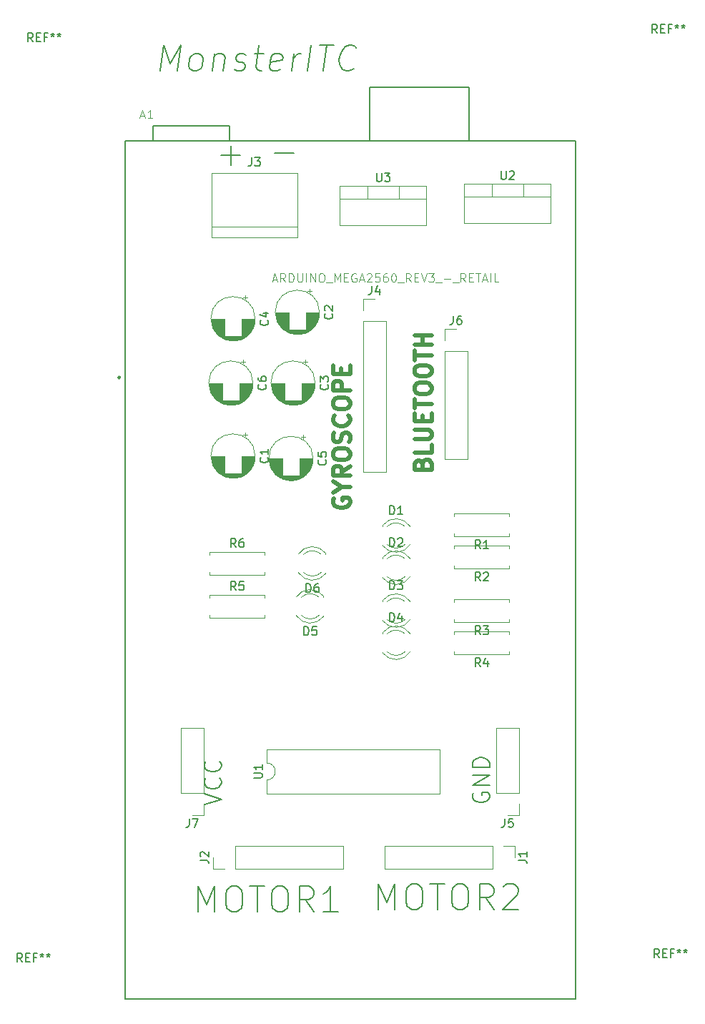
<source format=gto>
G04 #@! TF.GenerationSoftware,KiCad,Pcbnew,(5.1.2)-2*
G04 #@! TF.CreationDate,2019-10-19T08:53:18-10:00*
G04 #@! TF.ProjectId,differtial_robot(v2),64696666-6572-4746-9961-6c5f726f626f,rev?*
G04 #@! TF.SameCoordinates,Original*
G04 #@! TF.FileFunction,Legend,Top*
G04 #@! TF.FilePolarity,Positive*
%FSLAX46Y46*%
G04 Gerber Fmt 4.6, Leading zero omitted, Abs format (unit mm)*
G04 Created by KiCad (PCBNEW (5.1.2)-2) date 2019-10-19 08:53:18*
%MOMM*%
%LPD*%
G04 APERTURE LIST*
%ADD10C,0.500000*%
%ADD11C,0.150000*%
%ADD12C,0.127000*%
%ADD13C,0.240000*%
%ADD14C,0.120000*%
%ADD15C,0.050000*%
G04 APERTURE END LIST*
D10*
X118380000Y-116251714D02*
X118284761Y-116442190D01*
X118284761Y-116727904D01*
X118380000Y-117013619D01*
X118570476Y-117204095D01*
X118760952Y-117299333D01*
X119141904Y-117394571D01*
X119427619Y-117394571D01*
X119808571Y-117299333D01*
X119999047Y-117204095D01*
X120189523Y-117013619D01*
X120284761Y-116727904D01*
X120284761Y-116537428D01*
X120189523Y-116251714D01*
X120094285Y-116156476D01*
X119427619Y-116156476D01*
X119427619Y-116537428D01*
X119332380Y-114918380D02*
X120284761Y-114918380D01*
X118284761Y-115585047D02*
X119332380Y-114918380D01*
X118284761Y-114251714D01*
X120284761Y-112442190D02*
X119332380Y-113108857D01*
X120284761Y-113585047D02*
X118284761Y-113585047D01*
X118284761Y-112823142D01*
X118380000Y-112632666D01*
X118475238Y-112537428D01*
X118665714Y-112442190D01*
X118951428Y-112442190D01*
X119141904Y-112537428D01*
X119237142Y-112632666D01*
X119332380Y-112823142D01*
X119332380Y-113585047D01*
X118284761Y-111204095D02*
X118284761Y-110823142D01*
X118380000Y-110632666D01*
X118570476Y-110442190D01*
X118951428Y-110346952D01*
X119618095Y-110346952D01*
X119999047Y-110442190D01*
X120189523Y-110632666D01*
X120284761Y-110823142D01*
X120284761Y-111204095D01*
X120189523Y-111394571D01*
X119999047Y-111585047D01*
X119618095Y-111680285D01*
X118951428Y-111680285D01*
X118570476Y-111585047D01*
X118380000Y-111394571D01*
X118284761Y-111204095D01*
X120189523Y-109585047D02*
X120284761Y-109299333D01*
X120284761Y-108823142D01*
X120189523Y-108632666D01*
X120094285Y-108537428D01*
X119903809Y-108442190D01*
X119713333Y-108442190D01*
X119522857Y-108537428D01*
X119427619Y-108632666D01*
X119332380Y-108823142D01*
X119237142Y-109204095D01*
X119141904Y-109394571D01*
X119046666Y-109489809D01*
X118856190Y-109585047D01*
X118665714Y-109585047D01*
X118475238Y-109489809D01*
X118380000Y-109394571D01*
X118284761Y-109204095D01*
X118284761Y-108727904D01*
X118380000Y-108442190D01*
X120094285Y-106442190D02*
X120189523Y-106537428D01*
X120284761Y-106823142D01*
X120284761Y-107013619D01*
X120189523Y-107299333D01*
X119999047Y-107489809D01*
X119808571Y-107585047D01*
X119427619Y-107680285D01*
X119141904Y-107680285D01*
X118760952Y-107585047D01*
X118570476Y-107489809D01*
X118380000Y-107299333D01*
X118284761Y-107013619D01*
X118284761Y-106823142D01*
X118380000Y-106537428D01*
X118475238Y-106442190D01*
X118284761Y-105204095D02*
X118284761Y-104823142D01*
X118380000Y-104632666D01*
X118570476Y-104442190D01*
X118951428Y-104346952D01*
X119618095Y-104346952D01*
X119999047Y-104442190D01*
X120189523Y-104632666D01*
X120284761Y-104823142D01*
X120284761Y-105204095D01*
X120189523Y-105394571D01*
X119999047Y-105585047D01*
X119618095Y-105680285D01*
X118951428Y-105680285D01*
X118570476Y-105585047D01*
X118380000Y-105394571D01*
X118284761Y-105204095D01*
X120284761Y-103489809D02*
X118284761Y-103489809D01*
X118284761Y-102727904D01*
X118380000Y-102537428D01*
X118475238Y-102442190D01*
X118665714Y-102346952D01*
X118951428Y-102346952D01*
X119141904Y-102442190D01*
X119237142Y-102537428D01*
X119332380Y-102727904D01*
X119332380Y-103489809D01*
X119237142Y-101489809D02*
X119237142Y-100823142D01*
X120284761Y-100537428D02*
X120284761Y-101489809D01*
X118284761Y-101489809D01*
X118284761Y-100537428D01*
X128889142Y-112187714D02*
X128984380Y-111902000D01*
X129079619Y-111806761D01*
X129270095Y-111711523D01*
X129555809Y-111711523D01*
X129746285Y-111806761D01*
X129841523Y-111902000D01*
X129936761Y-112092476D01*
X129936761Y-112854380D01*
X127936761Y-112854380D01*
X127936761Y-112187714D01*
X128032000Y-111997238D01*
X128127238Y-111902000D01*
X128317714Y-111806761D01*
X128508190Y-111806761D01*
X128698666Y-111902000D01*
X128793904Y-111997238D01*
X128889142Y-112187714D01*
X128889142Y-112854380D01*
X129936761Y-109902000D02*
X129936761Y-110854380D01*
X127936761Y-110854380D01*
X127936761Y-109235333D02*
X129555809Y-109235333D01*
X129746285Y-109140095D01*
X129841523Y-109044857D01*
X129936761Y-108854380D01*
X129936761Y-108473428D01*
X129841523Y-108282952D01*
X129746285Y-108187714D01*
X129555809Y-108092476D01*
X127936761Y-108092476D01*
X128889142Y-107140095D02*
X128889142Y-106473428D01*
X129936761Y-106187714D02*
X129936761Y-107140095D01*
X127936761Y-107140095D01*
X127936761Y-106187714D01*
X127936761Y-105616285D02*
X127936761Y-104473428D01*
X129936761Y-105044857D02*
X127936761Y-105044857D01*
X127936761Y-103425809D02*
X127936761Y-103044857D01*
X128032000Y-102854380D01*
X128222476Y-102663904D01*
X128603428Y-102568666D01*
X129270095Y-102568666D01*
X129651047Y-102663904D01*
X129841523Y-102854380D01*
X129936761Y-103044857D01*
X129936761Y-103425809D01*
X129841523Y-103616285D01*
X129651047Y-103806761D01*
X129270095Y-103902000D01*
X128603428Y-103902000D01*
X128222476Y-103806761D01*
X128032000Y-103616285D01*
X127936761Y-103425809D01*
X127936761Y-101330571D02*
X127936761Y-100949619D01*
X128032000Y-100759142D01*
X128222476Y-100568666D01*
X128603428Y-100473428D01*
X129270095Y-100473428D01*
X129651047Y-100568666D01*
X129841523Y-100759142D01*
X129936761Y-100949619D01*
X129936761Y-101330571D01*
X129841523Y-101521047D01*
X129651047Y-101711523D01*
X129270095Y-101806761D01*
X128603428Y-101806761D01*
X128222476Y-101711523D01*
X128032000Y-101521047D01*
X127936761Y-101330571D01*
X127936761Y-99902000D02*
X127936761Y-98759142D01*
X129936761Y-99330571D02*
X127936761Y-99330571D01*
X129936761Y-98092476D02*
X127936761Y-98092476D01*
X128889142Y-98092476D02*
X128889142Y-96949619D01*
X129936761Y-96949619D02*
X127936761Y-96949619D01*
D11*
X103044761Y-152526666D02*
X105044761Y-151860000D01*
X103044761Y-151193333D01*
X104854285Y-149383809D02*
X104949523Y-149479047D01*
X105044761Y-149764761D01*
X105044761Y-149955238D01*
X104949523Y-150240952D01*
X104759047Y-150431428D01*
X104568571Y-150526666D01*
X104187619Y-150621904D01*
X103901904Y-150621904D01*
X103520952Y-150526666D01*
X103330476Y-150431428D01*
X103140000Y-150240952D01*
X103044761Y-149955238D01*
X103044761Y-149764761D01*
X103140000Y-149479047D01*
X103235238Y-149383809D01*
X104854285Y-147383809D02*
X104949523Y-147479047D01*
X105044761Y-147764761D01*
X105044761Y-147955238D01*
X104949523Y-148240952D01*
X104759047Y-148431428D01*
X104568571Y-148526666D01*
X104187619Y-148621904D01*
X103901904Y-148621904D01*
X103520952Y-148526666D01*
X103330476Y-148431428D01*
X103140000Y-148240952D01*
X103044761Y-147955238D01*
X103044761Y-147764761D01*
X103140000Y-147479047D01*
X103235238Y-147383809D01*
X134890000Y-151129809D02*
X134794761Y-151320285D01*
X134794761Y-151606000D01*
X134890000Y-151891714D01*
X135080476Y-152082190D01*
X135270952Y-152177428D01*
X135651904Y-152272666D01*
X135937619Y-152272666D01*
X136318571Y-152177428D01*
X136509047Y-152082190D01*
X136699523Y-151891714D01*
X136794761Y-151606000D01*
X136794761Y-151415523D01*
X136699523Y-151129809D01*
X136604285Y-151034571D01*
X135937619Y-151034571D01*
X135937619Y-151415523D01*
X136794761Y-150177428D02*
X134794761Y-150177428D01*
X136794761Y-149034571D01*
X134794761Y-149034571D01*
X136794761Y-148082190D02*
X134794761Y-148082190D01*
X134794761Y-147606000D01*
X134890000Y-147320285D01*
X135080476Y-147129809D01*
X135270952Y-147034571D01*
X135651904Y-146939333D01*
X135937619Y-146939333D01*
X136318571Y-147034571D01*
X136509047Y-147129809D01*
X136699523Y-147320285D01*
X136794761Y-147606000D01*
X136794761Y-148082190D01*
X123611714Y-164933142D02*
X123611714Y-161933142D01*
X124611714Y-164076000D01*
X125611714Y-161933142D01*
X125611714Y-164933142D01*
X127611714Y-161933142D02*
X128183142Y-161933142D01*
X128468857Y-162076000D01*
X128754571Y-162361714D01*
X128897428Y-162933142D01*
X128897428Y-163933142D01*
X128754571Y-164504571D01*
X128468857Y-164790285D01*
X128183142Y-164933142D01*
X127611714Y-164933142D01*
X127326000Y-164790285D01*
X127040285Y-164504571D01*
X126897428Y-163933142D01*
X126897428Y-162933142D01*
X127040285Y-162361714D01*
X127326000Y-162076000D01*
X127611714Y-161933142D01*
X129754571Y-161933142D02*
X131468857Y-161933142D01*
X130611714Y-164933142D02*
X130611714Y-161933142D01*
X133040285Y-161933142D02*
X133611714Y-161933142D01*
X133897428Y-162076000D01*
X134183142Y-162361714D01*
X134326000Y-162933142D01*
X134326000Y-163933142D01*
X134183142Y-164504571D01*
X133897428Y-164790285D01*
X133611714Y-164933142D01*
X133040285Y-164933142D01*
X132754571Y-164790285D01*
X132468857Y-164504571D01*
X132326000Y-163933142D01*
X132326000Y-162933142D01*
X132468857Y-162361714D01*
X132754571Y-162076000D01*
X133040285Y-161933142D01*
X137326000Y-164933142D02*
X136326000Y-163504571D01*
X135611714Y-164933142D02*
X135611714Y-161933142D01*
X136754571Y-161933142D01*
X137040285Y-162076000D01*
X137183142Y-162218857D01*
X137326000Y-162504571D01*
X137326000Y-162933142D01*
X137183142Y-163218857D01*
X137040285Y-163361714D01*
X136754571Y-163504571D01*
X135611714Y-163504571D01*
X138468857Y-162218857D02*
X138611714Y-162076000D01*
X138897428Y-161933142D01*
X139611714Y-161933142D01*
X139897428Y-162076000D01*
X140040285Y-162218857D01*
X140183142Y-162504571D01*
X140183142Y-162790285D01*
X140040285Y-163218857D01*
X138326000Y-164933142D01*
X140183142Y-164933142D01*
X102275714Y-165187142D02*
X102275714Y-162187142D01*
X103275714Y-164330000D01*
X104275714Y-162187142D01*
X104275714Y-165187142D01*
X106275714Y-162187142D02*
X106847142Y-162187142D01*
X107132857Y-162330000D01*
X107418571Y-162615714D01*
X107561428Y-163187142D01*
X107561428Y-164187142D01*
X107418571Y-164758571D01*
X107132857Y-165044285D01*
X106847142Y-165187142D01*
X106275714Y-165187142D01*
X105990000Y-165044285D01*
X105704285Y-164758571D01*
X105561428Y-164187142D01*
X105561428Y-163187142D01*
X105704285Y-162615714D01*
X105990000Y-162330000D01*
X106275714Y-162187142D01*
X108418571Y-162187142D02*
X110132857Y-162187142D01*
X109275714Y-165187142D02*
X109275714Y-162187142D01*
X111704285Y-162187142D02*
X112275714Y-162187142D01*
X112561428Y-162330000D01*
X112847142Y-162615714D01*
X112990000Y-163187142D01*
X112990000Y-164187142D01*
X112847142Y-164758571D01*
X112561428Y-165044285D01*
X112275714Y-165187142D01*
X111704285Y-165187142D01*
X111418571Y-165044285D01*
X111132857Y-164758571D01*
X110990000Y-164187142D01*
X110990000Y-163187142D01*
X111132857Y-162615714D01*
X111418571Y-162330000D01*
X111704285Y-162187142D01*
X115990000Y-165187142D02*
X114990000Y-163758571D01*
X114275714Y-165187142D02*
X114275714Y-162187142D01*
X115418571Y-162187142D01*
X115704285Y-162330000D01*
X115847142Y-162472857D01*
X115990000Y-162758571D01*
X115990000Y-163187142D01*
X115847142Y-163472857D01*
X115704285Y-163615714D01*
X115418571Y-163758571D01*
X114275714Y-163758571D01*
X118847142Y-165187142D02*
X117132857Y-165187142D01*
X117990000Y-165187142D02*
X117990000Y-162187142D01*
X117704285Y-162615714D01*
X117418571Y-162901428D01*
X117132857Y-163044285D01*
X111379142Y-75398285D02*
X113664857Y-75398285D01*
X105029142Y-75652285D02*
X107314857Y-75652285D01*
X106172000Y-76795142D02*
X106172000Y-74509428D01*
X97841276Y-65619142D02*
X98216276Y-62619142D01*
X98948419Y-64762000D01*
X100216276Y-62619142D01*
X99841276Y-65619142D01*
X101698419Y-65619142D02*
X101430562Y-65476285D01*
X101305562Y-65333428D01*
X101198419Y-65047714D01*
X101305562Y-64190571D01*
X101484133Y-63904857D01*
X101644848Y-63762000D01*
X101948419Y-63619142D01*
X102376991Y-63619142D01*
X102644848Y-63762000D01*
X102769848Y-63904857D01*
X102876991Y-64190571D01*
X102769848Y-65047714D01*
X102591276Y-65333428D01*
X102430562Y-65476285D01*
X102126991Y-65619142D01*
X101698419Y-65619142D01*
X104234133Y-63619142D02*
X103984133Y-65619142D01*
X104198419Y-63904857D02*
X104359133Y-63762000D01*
X104662705Y-63619142D01*
X105091276Y-63619142D01*
X105359133Y-63762000D01*
X105466276Y-64047714D01*
X105269848Y-65619142D01*
X106573419Y-65476285D02*
X106841276Y-65619142D01*
X107412705Y-65619142D01*
X107716276Y-65476285D01*
X107894848Y-65190571D01*
X107912705Y-65047714D01*
X107805562Y-64762000D01*
X107537705Y-64619142D01*
X107109133Y-64619142D01*
X106841276Y-64476285D01*
X106734133Y-64190571D01*
X106751991Y-64047714D01*
X106930562Y-63762000D01*
X107234133Y-63619142D01*
X107662705Y-63619142D01*
X107930562Y-63762000D01*
X108948419Y-63619142D02*
X110091276Y-63619142D01*
X109501991Y-62619142D02*
X109180562Y-65190571D01*
X109287705Y-65476285D01*
X109555562Y-65619142D01*
X109841276Y-65619142D01*
X112001991Y-65476285D02*
X111698419Y-65619142D01*
X111126991Y-65619142D01*
X110859133Y-65476285D01*
X110751991Y-65190571D01*
X110894848Y-64047714D01*
X111073419Y-63762000D01*
X111376991Y-63619142D01*
X111948419Y-63619142D01*
X112216276Y-63762000D01*
X112323419Y-64047714D01*
X112287705Y-64333428D01*
X110823419Y-64619142D01*
X113412705Y-65619142D02*
X113662705Y-63619142D01*
X113591276Y-64190571D02*
X113769848Y-63904857D01*
X113930562Y-63762000D01*
X114234133Y-63619142D01*
X114519848Y-63619142D01*
X115269848Y-65619142D02*
X115644848Y-62619142D01*
X116644848Y-62619142D02*
X118359133Y-62619142D01*
X117126991Y-65619142D02*
X117501991Y-62619142D01*
X120734133Y-65333428D02*
X120573419Y-65476285D01*
X120126991Y-65619142D01*
X119841276Y-65619142D01*
X119430562Y-65476285D01*
X119180562Y-65190571D01*
X119073419Y-64904857D01*
X119001991Y-64333428D01*
X119055562Y-63904857D01*
X119269848Y-63333428D01*
X119448419Y-63047714D01*
X119769848Y-62762000D01*
X120216276Y-62619142D01*
X120501991Y-62619142D01*
X120912705Y-62762000D01*
X121037705Y-62904857D01*
D12*
X93680001Y-73935001D02*
X96980001Y-73935001D01*
X96980001Y-73935001D02*
X105972001Y-73935001D01*
X105972001Y-73935001D02*
X122570001Y-73935001D01*
X122570001Y-73935001D02*
X134370001Y-73935001D01*
X134370001Y-73935001D02*
X147020001Y-73935001D01*
X147020001Y-73935001D02*
X147020001Y-175535001D01*
X147020001Y-175535001D02*
X93680001Y-175535001D01*
X93680001Y-175535001D02*
X93680001Y-73935001D01*
X134370001Y-73935001D02*
X134370001Y-67585001D01*
X134370001Y-67585001D02*
X122570001Y-67585001D01*
X122570001Y-67585001D02*
X122570001Y-73935001D01*
X96980001Y-73935001D02*
X96980001Y-72125001D01*
X96980001Y-72125001D02*
X105972001Y-72125001D01*
X105972001Y-72125001D02*
X105972001Y-73935001D01*
D13*
X93070001Y-101925001D02*
G75*
G03X93070001Y-101925001I-120000J0D01*
G01*
D14*
X108151000Y-108681225D02*
X107651000Y-108681225D01*
X107901000Y-108431225D02*
X107901000Y-108931225D01*
X106710000Y-113837000D02*
X106142000Y-113837000D01*
X106944000Y-113797000D02*
X105908000Y-113797000D01*
X107103000Y-113757000D02*
X105749000Y-113757000D01*
X107231000Y-113717000D02*
X105621000Y-113717000D01*
X107341000Y-113677000D02*
X105511000Y-113677000D01*
X107437000Y-113637000D02*
X105415000Y-113637000D01*
X107524000Y-113597000D02*
X105328000Y-113597000D01*
X107604000Y-113557000D02*
X105248000Y-113557000D01*
X107677000Y-113517000D02*
X105175000Y-113517000D01*
X107745000Y-113477000D02*
X105107000Y-113477000D01*
X107809000Y-113437000D02*
X105043000Y-113437000D01*
X107869000Y-113397000D02*
X104983000Y-113397000D01*
X107926000Y-113357000D02*
X104926000Y-113357000D01*
X107980000Y-113317000D02*
X104872000Y-113317000D01*
X108031000Y-113277000D02*
X104821000Y-113277000D01*
X105386000Y-113237000D02*
X104773000Y-113237000D01*
X108079000Y-113237000D02*
X107466000Y-113237000D01*
X105386000Y-113197000D02*
X104727000Y-113197000D01*
X108125000Y-113197000D02*
X107466000Y-113197000D01*
X105386000Y-113157000D02*
X104683000Y-113157000D01*
X108169000Y-113157000D02*
X107466000Y-113157000D01*
X105386000Y-113117000D02*
X104641000Y-113117000D01*
X108211000Y-113117000D02*
X107466000Y-113117000D01*
X105386000Y-113077000D02*
X104600000Y-113077000D01*
X108252000Y-113077000D02*
X107466000Y-113077000D01*
X105386000Y-113037000D02*
X104562000Y-113037000D01*
X108290000Y-113037000D02*
X107466000Y-113037000D01*
X105386000Y-112997000D02*
X104525000Y-112997000D01*
X108327000Y-112997000D02*
X107466000Y-112997000D01*
X105386000Y-112957000D02*
X104489000Y-112957000D01*
X108363000Y-112957000D02*
X107466000Y-112957000D01*
X105386000Y-112917000D02*
X104455000Y-112917000D01*
X108397000Y-112917000D02*
X107466000Y-112917000D01*
X105386000Y-112877000D02*
X104422000Y-112877000D01*
X108430000Y-112877000D02*
X107466000Y-112877000D01*
X105386000Y-112837000D02*
X104391000Y-112837000D01*
X108461000Y-112837000D02*
X107466000Y-112837000D01*
X105386000Y-112797000D02*
X104361000Y-112797000D01*
X108491000Y-112797000D02*
X107466000Y-112797000D01*
X105386000Y-112757000D02*
X104331000Y-112757000D01*
X108521000Y-112757000D02*
X107466000Y-112757000D01*
X105386000Y-112717000D02*
X104304000Y-112717000D01*
X108548000Y-112717000D02*
X107466000Y-112717000D01*
X105386000Y-112677000D02*
X104277000Y-112677000D01*
X108575000Y-112677000D02*
X107466000Y-112677000D01*
X105386000Y-112637000D02*
X104251000Y-112637000D01*
X108601000Y-112637000D02*
X107466000Y-112637000D01*
X105386000Y-112597000D02*
X104226000Y-112597000D01*
X108626000Y-112597000D02*
X107466000Y-112597000D01*
X105386000Y-112557000D02*
X104202000Y-112557000D01*
X108650000Y-112557000D02*
X107466000Y-112557000D01*
X105386000Y-112517000D02*
X104179000Y-112517000D01*
X108673000Y-112517000D02*
X107466000Y-112517000D01*
X105386000Y-112477000D02*
X104158000Y-112477000D01*
X108694000Y-112477000D02*
X107466000Y-112477000D01*
X105386000Y-112437000D02*
X104136000Y-112437000D01*
X108716000Y-112437000D02*
X107466000Y-112437000D01*
X105386000Y-112397000D02*
X104116000Y-112397000D01*
X108736000Y-112397000D02*
X107466000Y-112397000D01*
X105386000Y-112357000D02*
X104097000Y-112357000D01*
X108755000Y-112357000D02*
X107466000Y-112357000D01*
X105386000Y-112317000D02*
X104078000Y-112317000D01*
X108774000Y-112317000D02*
X107466000Y-112317000D01*
X105386000Y-112277000D02*
X104061000Y-112277000D01*
X108791000Y-112277000D02*
X107466000Y-112277000D01*
X105386000Y-112237000D02*
X104044000Y-112237000D01*
X108808000Y-112237000D02*
X107466000Y-112237000D01*
X105386000Y-112197000D02*
X104028000Y-112197000D01*
X108824000Y-112197000D02*
X107466000Y-112197000D01*
X105386000Y-112157000D02*
X104012000Y-112157000D01*
X108840000Y-112157000D02*
X107466000Y-112157000D01*
X105386000Y-112117000D02*
X103998000Y-112117000D01*
X108854000Y-112117000D02*
X107466000Y-112117000D01*
X105386000Y-112077000D02*
X103984000Y-112077000D01*
X108868000Y-112077000D02*
X107466000Y-112077000D01*
X105386000Y-112037000D02*
X103971000Y-112037000D01*
X108881000Y-112037000D02*
X107466000Y-112037000D01*
X105386000Y-111997000D02*
X103958000Y-111997000D01*
X108894000Y-111997000D02*
X107466000Y-111997000D01*
X105386000Y-111957000D02*
X103946000Y-111957000D01*
X108906000Y-111957000D02*
X107466000Y-111957000D01*
X105386000Y-111916000D02*
X103935000Y-111916000D01*
X108917000Y-111916000D02*
X107466000Y-111916000D01*
X105386000Y-111876000D02*
X103925000Y-111876000D01*
X108927000Y-111876000D02*
X107466000Y-111876000D01*
X105386000Y-111836000D02*
X103915000Y-111836000D01*
X108937000Y-111836000D02*
X107466000Y-111836000D01*
X105386000Y-111796000D02*
X103906000Y-111796000D01*
X108946000Y-111796000D02*
X107466000Y-111796000D01*
X105386000Y-111756000D02*
X103898000Y-111756000D01*
X108954000Y-111756000D02*
X107466000Y-111756000D01*
X105386000Y-111716000D02*
X103890000Y-111716000D01*
X108962000Y-111716000D02*
X107466000Y-111716000D01*
X105386000Y-111676000D02*
X103883000Y-111676000D01*
X108969000Y-111676000D02*
X107466000Y-111676000D01*
X105386000Y-111636000D02*
X103876000Y-111636000D01*
X108976000Y-111636000D02*
X107466000Y-111636000D01*
X105386000Y-111596000D02*
X103870000Y-111596000D01*
X108982000Y-111596000D02*
X107466000Y-111596000D01*
X105386000Y-111556000D02*
X103865000Y-111556000D01*
X108987000Y-111556000D02*
X107466000Y-111556000D01*
X105386000Y-111516000D02*
X103861000Y-111516000D01*
X108991000Y-111516000D02*
X107466000Y-111516000D01*
X105386000Y-111476000D02*
X103857000Y-111476000D01*
X108995000Y-111476000D02*
X107466000Y-111476000D01*
X105386000Y-111436000D02*
X103853000Y-111436000D01*
X108999000Y-111436000D02*
X107466000Y-111436000D01*
X105386000Y-111396000D02*
X103850000Y-111396000D01*
X109002000Y-111396000D02*
X107466000Y-111396000D01*
X105386000Y-111356000D02*
X103848000Y-111356000D01*
X109004000Y-111356000D02*
X107466000Y-111356000D01*
X105386000Y-111316000D02*
X103847000Y-111316000D01*
X109005000Y-111316000D02*
X107466000Y-111316000D01*
X109006000Y-111276000D02*
X107466000Y-111276000D01*
X105386000Y-111276000D02*
X103846000Y-111276000D01*
X109006000Y-111236000D02*
X107466000Y-111236000D01*
X105386000Y-111236000D02*
X103846000Y-111236000D01*
X109046000Y-111236000D02*
G75*
G03X109046000Y-111236000I-2620000J0D01*
G01*
X116666000Y-94218000D02*
G75*
G03X116666000Y-94218000I-2620000J0D01*
G01*
X113006000Y-94218000D02*
X111466000Y-94218000D01*
X116626000Y-94218000D02*
X115086000Y-94218000D01*
X113006000Y-94258000D02*
X111466000Y-94258000D01*
X116626000Y-94258000D02*
X115086000Y-94258000D01*
X116625000Y-94298000D02*
X115086000Y-94298000D01*
X113006000Y-94298000D02*
X111467000Y-94298000D01*
X116624000Y-94338000D02*
X115086000Y-94338000D01*
X113006000Y-94338000D02*
X111468000Y-94338000D01*
X116622000Y-94378000D02*
X115086000Y-94378000D01*
X113006000Y-94378000D02*
X111470000Y-94378000D01*
X116619000Y-94418000D02*
X115086000Y-94418000D01*
X113006000Y-94418000D02*
X111473000Y-94418000D01*
X116615000Y-94458000D02*
X115086000Y-94458000D01*
X113006000Y-94458000D02*
X111477000Y-94458000D01*
X116611000Y-94498000D02*
X115086000Y-94498000D01*
X113006000Y-94498000D02*
X111481000Y-94498000D01*
X116607000Y-94538000D02*
X115086000Y-94538000D01*
X113006000Y-94538000D02*
X111485000Y-94538000D01*
X116602000Y-94578000D02*
X115086000Y-94578000D01*
X113006000Y-94578000D02*
X111490000Y-94578000D01*
X116596000Y-94618000D02*
X115086000Y-94618000D01*
X113006000Y-94618000D02*
X111496000Y-94618000D01*
X116589000Y-94658000D02*
X115086000Y-94658000D01*
X113006000Y-94658000D02*
X111503000Y-94658000D01*
X116582000Y-94698000D02*
X115086000Y-94698000D01*
X113006000Y-94698000D02*
X111510000Y-94698000D01*
X116574000Y-94738000D02*
X115086000Y-94738000D01*
X113006000Y-94738000D02*
X111518000Y-94738000D01*
X116566000Y-94778000D02*
X115086000Y-94778000D01*
X113006000Y-94778000D02*
X111526000Y-94778000D01*
X116557000Y-94818000D02*
X115086000Y-94818000D01*
X113006000Y-94818000D02*
X111535000Y-94818000D01*
X116547000Y-94858000D02*
X115086000Y-94858000D01*
X113006000Y-94858000D02*
X111545000Y-94858000D01*
X116537000Y-94898000D02*
X115086000Y-94898000D01*
X113006000Y-94898000D02*
X111555000Y-94898000D01*
X116526000Y-94939000D02*
X115086000Y-94939000D01*
X113006000Y-94939000D02*
X111566000Y-94939000D01*
X116514000Y-94979000D02*
X115086000Y-94979000D01*
X113006000Y-94979000D02*
X111578000Y-94979000D01*
X116501000Y-95019000D02*
X115086000Y-95019000D01*
X113006000Y-95019000D02*
X111591000Y-95019000D01*
X116488000Y-95059000D02*
X115086000Y-95059000D01*
X113006000Y-95059000D02*
X111604000Y-95059000D01*
X116474000Y-95099000D02*
X115086000Y-95099000D01*
X113006000Y-95099000D02*
X111618000Y-95099000D01*
X116460000Y-95139000D02*
X115086000Y-95139000D01*
X113006000Y-95139000D02*
X111632000Y-95139000D01*
X116444000Y-95179000D02*
X115086000Y-95179000D01*
X113006000Y-95179000D02*
X111648000Y-95179000D01*
X116428000Y-95219000D02*
X115086000Y-95219000D01*
X113006000Y-95219000D02*
X111664000Y-95219000D01*
X116411000Y-95259000D02*
X115086000Y-95259000D01*
X113006000Y-95259000D02*
X111681000Y-95259000D01*
X116394000Y-95299000D02*
X115086000Y-95299000D01*
X113006000Y-95299000D02*
X111698000Y-95299000D01*
X116375000Y-95339000D02*
X115086000Y-95339000D01*
X113006000Y-95339000D02*
X111717000Y-95339000D01*
X116356000Y-95379000D02*
X115086000Y-95379000D01*
X113006000Y-95379000D02*
X111736000Y-95379000D01*
X116336000Y-95419000D02*
X115086000Y-95419000D01*
X113006000Y-95419000D02*
X111756000Y-95419000D01*
X116314000Y-95459000D02*
X115086000Y-95459000D01*
X113006000Y-95459000D02*
X111778000Y-95459000D01*
X116293000Y-95499000D02*
X115086000Y-95499000D01*
X113006000Y-95499000D02*
X111799000Y-95499000D01*
X116270000Y-95539000D02*
X115086000Y-95539000D01*
X113006000Y-95539000D02*
X111822000Y-95539000D01*
X116246000Y-95579000D02*
X115086000Y-95579000D01*
X113006000Y-95579000D02*
X111846000Y-95579000D01*
X116221000Y-95619000D02*
X115086000Y-95619000D01*
X113006000Y-95619000D02*
X111871000Y-95619000D01*
X116195000Y-95659000D02*
X115086000Y-95659000D01*
X113006000Y-95659000D02*
X111897000Y-95659000D01*
X116168000Y-95699000D02*
X115086000Y-95699000D01*
X113006000Y-95699000D02*
X111924000Y-95699000D01*
X116141000Y-95739000D02*
X115086000Y-95739000D01*
X113006000Y-95739000D02*
X111951000Y-95739000D01*
X116111000Y-95779000D02*
X115086000Y-95779000D01*
X113006000Y-95779000D02*
X111981000Y-95779000D01*
X116081000Y-95819000D02*
X115086000Y-95819000D01*
X113006000Y-95819000D02*
X112011000Y-95819000D01*
X116050000Y-95859000D02*
X115086000Y-95859000D01*
X113006000Y-95859000D02*
X112042000Y-95859000D01*
X116017000Y-95899000D02*
X115086000Y-95899000D01*
X113006000Y-95899000D02*
X112075000Y-95899000D01*
X115983000Y-95939000D02*
X115086000Y-95939000D01*
X113006000Y-95939000D02*
X112109000Y-95939000D01*
X115947000Y-95979000D02*
X115086000Y-95979000D01*
X113006000Y-95979000D02*
X112145000Y-95979000D01*
X115910000Y-96019000D02*
X115086000Y-96019000D01*
X113006000Y-96019000D02*
X112182000Y-96019000D01*
X115872000Y-96059000D02*
X115086000Y-96059000D01*
X113006000Y-96059000D02*
X112220000Y-96059000D01*
X115831000Y-96099000D02*
X115086000Y-96099000D01*
X113006000Y-96099000D02*
X112261000Y-96099000D01*
X115789000Y-96139000D02*
X115086000Y-96139000D01*
X113006000Y-96139000D02*
X112303000Y-96139000D01*
X115745000Y-96179000D02*
X115086000Y-96179000D01*
X113006000Y-96179000D02*
X112347000Y-96179000D01*
X115699000Y-96219000D02*
X115086000Y-96219000D01*
X113006000Y-96219000D02*
X112393000Y-96219000D01*
X115651000Y-96259000D02*
X112441000Y-96259000D01*
X115600000Y-96299000D02*
X112492000Y-96299000D01*
X115546000Y-96339000D02*
X112546000Y-96339000D01*
X115489000Y-96379000D02*
X112603000Y-96379000D01*
X115429000Y-96419000D02*
X112663000Y-96419000D01*
X115365000Y-96459000D02*
X112727000Y-96459000D01*
X115297000Y-96499000D02*
X112795000Y-96499000D01*
X115224000Y-96539000D02*
X112868000Y-96539000D01*
X115144000Y-96579000D02*
X112948000Y-96579000D01*
X115057000Y-96619000D02*
X113035000Y-96619000D01*
X114961000Y-96659000D02*
X113131000Y-96659000D01*
X114851000Y-96699000D02*
X113241000Y-96699000D01*
X114723000Y-96739000D02*
X113369000Y-96739000D01*
X114564000Y-96779000D02*
X113528000Y-96779000D01*
X114330000Y-96819000D02*
X113762000Y-96819000D01*
X115521000Y-91413225D02*
X115521000Y-91913225D01*
X115771000Y-91663225D02*
X115271000Y-91663225D01*
X115263000Y-100045225D02*
X114763000Y-100045225D01*
X115013000Y-99795225D02*
X115013000Y-100295225D01*
X113822000Y-105201000D02*
X113254000Y-105201000D01*
X114056000Y-105161000D02*
X113020000Y-105161000D01*
X114215000Y-105121000D02*
X112861000Y-105121000D01*
X114343000Y-105081000D02*
X112733000Y-105081000D01*
X114453000Y-105041000D02*
X112623000Y-105041000D01*
X114549000Y-105001000D02*
X112527000Y-105001000D01*
X114636000Y-104961000D02*
X112440000Y-104961000D01*
X114716000Y-104921000D02*
X112360000Y-104921000D01*
X114789000Y-104881000D02*
X112287000Y-104881000D01*
X114857000Y-104841000D02*
X112219000Y-104841000D01*
X114921000Y-104801000D02*
X112155000Y-104801000D01*
X114981000Y-104761000D02*
X112095000Y-104761000D01*
X115038000Y-104721000D02*
X112038000Y-104721000D01*
X115092000Y-104681000D02*
X111984000Y-104681000D01*
X115143000Y-104641000D02*
X111933000Y-104641000D01*
X112498000Y-104601000D02*
X111885000Y-104601000D01*
X115191000Y-104601000D02*
X114578000Y-104601000D01*
X112498000Y-104561000D02*
X111839000Y-104561000D01*
X115237000Y-104561000D02*
X114578000Y-104561000D01*
X112498000Y-104521000D02*
X111795000Y-104521000D01*
X115281000Y-104521000D02*
X114578000Y-104521000D01*
X112498000Y-104481000D02*
X111753000Y-104481000D01*
X115323000Y-104481000D02*
X114578000Y-104481000D01*
X112498000Y-104441000D02*
X111712000Y-104441000D01*
X115364000Y-104441000D02*
X114578000Y-104441000D01*
X112498000Y-104401000D02*
X111674000Y-104401000D01*
X115402000Y-104401000D02*
X114578000Y-104401000D01*
X112498000Y-104361000D02*
X111637000Y-104361000D01*
X115439000Y-104361000D02*
X114578000Y-104361000D01*
X112498000Y-104321000D02*
X111601000Y-104321000D01*
X115475000Y-104321000D02*
X114578000Y-104321000D01*
X112498000Y-104281000D02*
X111567000Y-104281000D01*
X115509000Y-104281000D02*
X114578000Y-104281000D01*
X112498000Y-104241000D02*
X111534000Y-104241000D01*
X115542000Y-104241000D02*
X114578000Y-104241000D01*
X112498000Y-104201000D02*
X111503000Y-104201000D01*
X115573000Y-104201000D02*
X114578000Y-104201000D01*
X112498000Y-104161000D02*
X111473000Y-104161000D01*
X115603000Y-104161000D02*
X114578000Y-104161000D01*
X112498000Y-104121000D02*
X111443000Y-104121000D01*
X115633000Y-104121000D02*
X114578000Y-104121000D01*
X112498000Y-104081000D02*
X111416000Y-104081000D01*
X115660000Y-104081000D02*
X114578000Y-104081000D01*
X112498000Y-104041000D02*
X111389000Y-104041000D01*
X115687000Y-104041000D02*
X114578000Y-104041000D01*
X112498000Y-104001000D02*
X111363000Y-104001000D01*
X115713000Y-104001000D02*
X114578000Y-104001000D01*
X112498000Y-103961000D02*
X111338000Y-103961000D01*
X115738000Y-103961000D02*
X114578000Y-103961000D01*
X112498000Y-103921000D02*
X111314000Y-103921000D01*
X115762000Y-103921000D02*
X114578000Y-103921000D01*
X112498000Y-103881000D02*
X111291000Y-103881000D01*
X115785000Y-103881000D02*
X114578000Y-103881000D01*
X112498000Y-103841000D02*
X111270000Y-103841000D01*
X115806000Y-103841000D02*
X114578000Y-103841000D01*
X112498000Y-103801000D02*
X111248000Y-103801000D01*
X115828000Y-103801000D02*
X114578000Y-103801000D01*
X112498000Y-103761000D02*
X111228000Y-103761000D01*
X115848000Y-103761000D02*
X114578000Y-103761000D01*
X112498000Y-103721000D02*
X111209000Y-103721000D01*
X115867000Y-103721000D02*
X114578000Y-103721000D01*
X112498000Y-103681000D02*
X111190000Y-103681000D01*
X115886000Y-103681000D02*
X114578000Y-103681000D01*
X112498000Y-103641000D02*
X111173000Y-103641000D01*
X115903000Y-103641000D02*
X114578000Y-103641000D01*
X112498000Y-103601000D02*
X111156000Y-103601000D01*
X115920000Y-103601000D02*
X114578000Y-103601000D01*
X112498000Y-103561000D02*
X111140000Y-103561000D01*
X115936000Y-103561000D02*
X114578000Y-103561000D01*
X112498000Y-103521000D02*
X111124000Y-103521000D01*
X115952000Y-103521000D02*
X114578000Y-103521000D01*
X112498000Y-103481000D02*
X111110000Y-103481000D01*
X115966000Y-103481000D02*
X114578000Y-103481000D01*
X112498000Y-103441000D02*
X111096000Y-103441000D01*
X115980000Y-103441000D02*
X114578000Y-103441000D01*
X112498000Y-103401000D02*
X111083000Y-103401000D01*
X115993000Y-103401000D02*
X114578000Y-103401000D01*
X112498000Y-103361000D02*
X111070000Y-103361000D01*
X116006000Y-103361000D02*
X114578000Y-103361000D01*
X112498000Y-103321000D02*
X111058000Y-103321000D01*
X116018000Y-103321000D02*
X114578000Y-103321000D01*
X112498000Y-103280000D02*
X111047000Y-103280000D01*
X116029000Y-103280000D02*
X114578000Y-103280000D01*
X112498000Y-103240000D02*
X111037000Y-103240000D01*
X116039000Y-103240000D02*
X114578000Y-103240000D01*
X112498000Y-103200000D02*
X111027000Y-103200000D01*
X116049000Y-103200000D02*
X114578000Y-103200000D01*
X112498000Y-103160000D02*
X111018000Y-103160000D01*
X116058000Y-103160000D02*
X114578000Y-103160000D01*
X112498000Y-103120000D02*
X111010000Y-103120000D01*
X116066000Y-103120000D02*
X114578000Y-103120000D01*
X112498000Y-103080000D02*
X111002000Y-103080000D01*
X116074000Y-103080000D02*
X114578000Y-103080000D01*
X112498000Y-103040000D02*
X110995000Y-103040000D01*
X116081000Y-103040000D02*
X114578000Y-103040000D01*
X112498000Y-103000000D02*
X110988000Y-103000000D01*
X116088000Y-103000000D02*
X114578000Y-103000000D01*
X112498000Y-102960000D02*
X110982000Y-102960000D01*
X116094000Y-102960000D02*
X114578000Y-102960000D01*
X112498000Y-102920000D02*
X110977000Y-102920000D01*
X116099000Y-102920000D02*
X114578000Y-102920000D01*
X112498000Y-102880000D02*
X110973000Y-102880000D01*
X116103000Y-102880000D02*
X114578000Y-102880000D01*
X112498000Y-102840000D02*
X110969000Y-102840000D01*
X116107000Y-102840000D02*
X114578000Y-102840000D01*
X112498000Y-102800000D02*
X110965000Y-102800000D01*
X116111000Y-102800000D02*
X114578000Y-102800000D01*
X112498000Y-102760000D02*
X110962000Y-102760000D01*
X116114000Y-102760000D02*
X114578000Y-102760000D01*
X112498000Y-102720000D02*
X110960000Y-102720000D01*
X116116000Y-102720000D02*
X114578000Y-102720000D01*
X112498000Y-102680000D02*
X110959000Y-102680000D01*
X116117000Y-102680000D02*
X114578000Y-102680000D01*
X116118000Y-102640000D02*
X114578000Y-102640000D01*
X112498000Y-102640000D02*
X110958000Y-102640000D01*
X116118000Y-102600000D02*
X114578000Y-102600000D01*
X112498000Y-102600000D02*
X110958000Y-102600000D01*
X116158000Y-102600000D02*
G75*
G03X116158000Y-102600000I-2620000J0D01*
G01*
X109046000Y-94980000D02*
G75*
G03X109046000Y-94980000I-2620000J0D01*
G01*
X105386000Y-94980000D02*
X103846000Y-94980000D01*
X109006000Y-94980000D02*
X107466000Y-94980000D01*
X105386000Y-95020000D02*
X103846000Y-95020000D01*
X109006000Y-95020000D02*
X107466000Y-95020000D01*
X109005000Y-95060000D02*
X107466000Y-95060000D01*
X105386000Y-95060000D02*
X103847000Y-95060000D01*
X109004000Y-95100000D02*
X107466000Y-95100000D01*
X105386000Y-95100000D02*
X103848000Y-95100000D01*
X109002000Y-95140000D02*
X107466000Y-95140000D01*
X105386000Y-95140000D02*
X103850000Y-95140000D01*
X108999000Y-95180000D02*
X107466000Y-95180000D01*
X105386000Y-95180000D02*
X103853000Y-95180000D01*
X108995000Y-95220000D02*
X107466000Y-95220000D01*
X105386000Y-95220000D02*
X103857000Y-95220000D01*
X108991000Y-95260000D02*
X107466000Y-95260000D01*
X105386000Y-95260000D02*
X103861000Y-95260000D01*
X108987000Y-95300000D02*
X107466000Y-95300000D01*
X105386000Y-95300000D02*
X103865000Y-95300000D01*
X108982000Y-95340000D02*
X107466000Y-95340000D01*
X105386000Y-95340000D02*
X103870000Y-95340000D01*
X108976000Y-95380000D02*
X107466000Y-95380000D01*
X105386000Y-95380000D02*
X103876000Y-95380000D01*
X108969000Y-95420000D02*
X107466000Y-95420000D01*
X105386000Y-95420000D02*
X103883000Y-95420000D01*
X108962000Y-95460000D02*
X107466000Y-95460000D01*
X105386000Y-95460000D02*
X103890000Y-95460000D01*
X108954000Y-95500000D02*
X107466000Y-95500000D01*
X105386000Y-95500000D02*
X103898000Y-95500000D01*
X108946000Y-95540000D02*
X107466000Y-95540000D01*
X105386000Y-95540000D02*
X103906000Y-95540000D01*
X108937000Y-95580000D02*
X107466000Y-95580000D01*
X105386000Y-95580000D02*
X103915000Y-95580000D01*
X108927000Y-95620000D02*
X107466000Y-95620000D01*
X105386000Y-95620000D02*
X103925000Y-95620000D01*
X108917000Y-95660000D02*
X107466000Y-95660000D01*
X105386000Y-95660000D02*
X103935000Y-95660000D01*
X108906000Y-95701000D02*
X107466000Y-95701000D01*
X105386000Y-95701000D02*
X103946000Y-95701000D01*
X108894000Y-95741000D02*
X107466000Y-95741000D01*
X105386000Y-95741000D02*
X103958000Y-95741000D01*
X108881000Y-95781000D02*
X107466000Y-95781000D01*
X105386000Y-95781000D02*
X103971000Y-95781000D01*
X108868000Y-95821000D02*
X107466000Y-95821000D01*
X105386000Y-95821000D02*
X103984000Y-95821000D01*
X108854000Y-95861000D02*
X107466000Y-95861000D01*
X105386000Y-95861000D02*
X103998000Y-95861000D01*
X108840000Y-95901000D02*
X107466000Y-95901000D01*
X105386000Y-95901000D02*
X104012000Y-95901000D01*
X108824000Y-95941000D02*
X107466000Y-95941000D01*
X105386000Y-95941000D02*
X104028000Y-95941000D01*
X108808000Y-95981000D02*
X107466000Y-95981000D01*
X105386000Y-95981000D02*
X104044000Y-95981000D01*
X108791000Y-96021000D02*
X107466000Y-96021000D01*
X105386000Y-96021000D02*
X104061000Y-96021000D01*
X108774000Y-96061000D02*
X107466000Y-96061000D01*
X105386000Y-96061000D02*
X104078000Y-96061000D01*
X108755000Y-96101000D02*
X107466000Y-96101000D01*
X105386000Y-96101000D02*
X104097000Y-96101000D01*
X108736000Y-96141000D02*
X107466000Y-96141000D01*
X105386000Y-96141000D02*
X104116000Y-96141000D01*
X108716000Y-96181000D02*
X107466000Y-96181000D01*
X105386000Y-96181000D02*
X104136000Y-96181000D01*
X108694000Y-96221000D02*
X107466000Y-96221000D01*
X105386000Y-96221000D02*
X104158000Y-96221000D01*
X108673000Y-96261000D02*
X107466000Y-96261000D01*
X105386000Y-96261000D02*
X104179000Y-96261000D01*
X108650000Y-96301000D02*
X107466000Y-96301000D01*
X105386000Y-96301000D02*
X104202000Y-96301000D01*
X108626000Y-96341000D02*
X107466000Y-96341000D01*
X105386000Y-96341000D02*
X104226000Y-96341000D01*
X108601000Y-96381000D02*
X107466000Y-96381000D01*
X105386000Y-96381000D02*
X104251000Y-96381000D01*
X108575000Y-96421000D02*
X107466000Y-96421000D01*
X105386000Y-96421000D02*
X104277000Y-96421000D01*
X108548000Y-96461000D02*
X107466000Y-96461000D01*
X105386000Y-96461000D02*
X104304000Y-96461000D01*
X108521000Y-96501000D02*
X107466000Y-96501000D01*
X105386000Y-96501000D02*
X104331000Y-96501000D01*
X108491000Y-96541000D02*
X107466000Y-96541000D01*
X105386000Y-96541000D02*
X104361000Y-96541000D01*
X108461000Y-96581000D02*
X107466000Y-96581000D01*
X105386000Y-96581000D02*
X104391000Y-96581000D01*
X108430000Y-96621000D02*
X107466000Y-96621000D01*
X105386000Y-96621000D02*
X104422000Y-96621000D01*
X108397000Y-96661000D02*
X107466000Y-96661000D01*
X105386000Y-96661000D02*
X104455000Y-96661000D01*
X108363000Y-96701000D02*
X107466000Y-96701000D01*
X105386000Y-96701000D02*
X104489000Y-96701000D01*
X108327000Y-96741000D02*
X107466000Y-96741000D01*
X105386000Y-96741000D02*
X104525000Y-96741000D01*
X108290000Y-96781000D02*
X107466000Y-96781000D01*
X105386000Y-96781000D02*
X104562000Y-96781000D01*
X108252000Y-96821000D02*
X107466000Y-96821000D01*
X105386000Y-96821000D02*
X104600000Y-96821000D01*
X108211000Y-96861000D02*
X107466000Y-96861000D01*
X105386000Y-96861000D02*
X104641000Y-96861000D01*
X108169000Y-96901000D02*
X107466000Y-96901000D01*
X105386000Y-96901000D02*
X104683000Y-96901000D01*
X108125000Y-96941000D02*
X107466000Y-96941000D01*
X105386000Y-96941000D02*
X104727000Y-96941000D01*
X108079000Y-96981000D02*
X107466000Y-96981000D01*
X105386000Y-96981000D02*
X104773000Y-96981000D01*
X108031000Y-97021000D02*
X104821000Y-97021000D01*
X107980000Y-97061000D02*
X104872000Y-97061000D01*
X107926000Y-97101000D02*
X104926000Y-97101000D01*
X107869000Y-97141000D02*
X104983000Y-97141000D01*
X107809000Y-97181000D02*
X105043000Y-97181000D01*
X107745000Y-97221000D02*
X105107000Y-97221000D01*
X107677000Y-97261000D02*
X105175000Y-97261000D01*
X107604000Y-97301000D02*
X105248000Y-97301000D01*
X107524000Y-97341000D02*
X105328000Y-97341000D01*
X107437000Y-97381000D02*
X105415000Y-97381000D01*
X107341000Y-97421000D02*
X105511000Y-97421000D01*
X107231000Y-97461000D02*
X105621000Y-97461000D01*
X107103000Y-97501000D02*
X105749000Y-97501000D01*
X106944000Y-97541000D02*
X105908000Y-97541000D01*
X106710000Y-97581000D02*
X106142000Y-97581000D01*
X107901000Y-92175225D02*
X107901000Y-92675225D01*
X108151000Y-92425225D02*
X107651000Y-92425225D01*
X115904000Y-111522000D02*
G75*
G03X115904000Y-111522000I-2620000J0D01*
G01*
X112244000Y-111522000D02*
X110704000Y-111522000D01*
X115864000Y-111522000D02*
X114324000Y-111522000D01*
X112244000Y-111562000D02*
X110704000Y-111562000D01*
X115864000Y-111562000D02*
X114324000Y-111562000D01*
X115863000Y-111602000D02*
X114324000Y-111602000D01*
X112244000Y-111602000D02*
X110705000Y-111602000D01*
X115862000Y-111642000D02*
X114324000Y-111642000D01*
X112244000Y-111642000D02*
X110706000Y-111642000D01*
X115860000Y-111682000D02*
X114324000Y-111682000D01*
X112244000Y-111682000D02*
X110708000Y-111682000D01*
X115857000Y-111722000D02*
X114324000Y-111722000D01*
X112244000Y-111722000D02*
X110711000Y-111722000D01*
X115853000Y-111762000D02*
X114324000Y-111762000D01*
X112244000Y-111762000D02*
X110715000Y-111762000D01*
X115849000Y-111802000D02*
X114324000Y-111802000D01*
X112244000Y-111802000D02*
X110719000Y-111802000D01*
X115845000Y-111842000D02*
X114324000Y-111842000D01*
X112244000Y-111842000D02*
X110723000Y-111842000D01*
X115840000Y-111882000D02*
X114324000Y-111882000D01*
X112244000Y-111882000D02*
X110728000Y-111882000D01*
X115834000Y-111922000D02*
X114324000Y-111922000D01*
X112244000Y-111922000D02*
X110734000Y-111922000D01*
X115827000Y-111962000D02*
X114324000Y-111962000D01*
X112244000Y-111962000D02*
X110741000Y-111962000D01*
X115820000Y-112002000D02*
X114324000Y-112002000D01*
X112244000Y-112002000D02*
X110748000Y-112002000D01*
X115812000Y-112042000D02*
X114324000Y-112042000D01*
X112244000Y-112042000D02*
X110756000Y-112042000D01*
X115804000Y-112082000D02*
X114324000Y-112082000D01*
X112244000Y-112082000D02*
X110764000Y-112082000D01*
X115795000Y-112122000D02*
X114324000Y-112122000D01*
X112244000Y-112122000D02*
X110773000Y-112122000D01*
X115785000Y-112162000D02*
X114324000Y-112162000D01*
X112244000Y-112162000D02*
X110783000Y-112162000D01*
X115775000Y-112202000D02*
X114324000Y-112202000D01*
X112244000Y-112202000D02*
X110793000Y-112202000D01*
X115764000Y-112243000D02*
X114324000Y-112243000D01*
X112244000Y-112243000D02*
X110804000Y-112243000D01*
X115752000Y-112283000D02*
X114324000Y-112283000D01*
X112244000Y-112283000D02*
X110816000Y-112283000D01*
X115739000Y-112323000D02*
X114324000Y-112323000D01*
X112244000Y-112323000D02*
X110829000Y-112323000D01*
X115726000Y-112363000D02*
X114324000Y-112363000D01*
X112244000Y-112363000D02*
X110842000Y-112363000D01*
X115712000Y-112403000D02*
X114324000Y-112403000D01*
X112244000Y-112403000D02*
X110856000Y-112403000D01*
X115698000Y-112443000D02*
X114324000Y-112443000D01*
X112244000Y-112443000D02*
X110870000Y-112443000D01*
X115682000Y-112483000D02*
X114324000Y-112483000D01*
X112244000Y-112483000D02*
X110886000Y-112483000D01*
X115666000Y-112523000D02*
X114324000Y-112523000D01*
X112244000Y-112523000D02*
X110902000Y-112523000D01*
X115649000Y-112563000D02*
X114324000Y-112563000D01*
X112244000Y-112563000D02*
X110919000Y-112563000D01*
X115632000Y-112603000D02*
X114324000Y-112603000D01*
X112244000Y-112603000D02*
X110936000Y-112603000D01*
X115613000Y-112643000D02*
X114324000Y-112643000D01*
X112244000Y-112643000D02*
X110955000Y-112643000D01*
X115594000Y-112683000D02*
X114324000Y-112683000D01*
X112244000Y-112683000D02*
X110974000Y-112683000D01*
X115574000Y-112723000D02*
X114324000Y-112723000D01*
X112244000Y-112723000D02*
X110994000Y-112723000D01*
X115552000Y-112763000D02*
X114324000Y-112763000D01*
X112244000Y-112763000D02*
X111016000Y-112763000D01*
X115531000Y-112803000D02*
X114324000Y-112803000D01*
X112244000Y-112803000D02*
X111037000Y-112803000D01*
X115508000Y-112843000D02*
X114324000Y-112843000D01*
X112244000Y-112843000D02*
X111060000Y-112843000D01*
X115484000Y-112883000D02*
X114324000Y-112883000D01*
X112244000Y-112883000D02*
X111084000Y-112883000D01*
X115459000Y-112923000D02*
X114324000Y-112923000D01*
X112244000Y-112923000D02*
X111109000Y-112923000D01*
X115433000Y-112963000D02*
X114324000Y-112963000D01*
X112244000Y-112963000D02*
X111135000Y-112963000D01*
X115406000Y-113003000D02*
X114324000Y-113003000D01*
X112244000Y-113003000D02*
X111162000Y-113003000D01*
X115379000Y-113043000D02*
X114324000Y-113043000D01*
X112244000Y-113043000D02*
X111189000Y-113043000D01*
X115349000Y-113083000D02*
X114324000Y-113083000D01*
X112244000Y-113083000D02*
X111219000Y-113083000D01*
X115319000Y-113123000D02*
X114324000Y-113123000D01*
X112244000Y-113123000D02*
X111249000Y-113123000D01*
X115288000Y-113163000D02*
X114324000Y-113163000D01*
X112244000Y-113163000D02*
X111280000Y-113163000D01*
X115255000Y-113203000D02*
X114324000Y-113203000D01*
X112244000Y-113203000D02*
X111313000Y-113203000D01*
X115221000Y-113243000D02*
X114324000Y-113243000D01*
X112244000Y-113243000D02*
X111347000Y-113243000D01*
X115185000Y-113283000D02*
X114324000Y-113283000D01*
X112244000Y-113283000D02*
X111383000Y-113283000D01*
X115148000Y-113323000D02*
X114324000Y-113323000D01*
X112244000Y-113323000D02*
X111420000Y-113323000D01*
X115110000Y-113363000D02*
X114324000Y-113363000D01*
X112244000Y-113363000D02*
X111458000Y-113363000D01*
X115069000Y-113403000D02*
X114324000Y-113403000D01*
X112244000Y-113403000D02*
X111499000Y-113403000D01*
X115027000Y-113443000D02*
X114324000Y-113443000D01*
X112244000Y-113443000D02*
X111541000Y-113443000D01*
X114983000Y-113483000D02*
X114324000Y-113483000D01*
X112244000Y-113483000D02*
X111585000Y-113483000D01*
X114937000Y-113523000D02*
X114324000Y-113523000D01*
X112244000Y-113523000D02*
X111631000Y-113523000D01*
X114889000Y-113563000D02*
X111679000Y-113563000D01*
X114838000Y-113603000D02*
X111730000Y-113603000D01*
X114784000Y-113643000D02*
X111784000Y-113643000D01*
X114727000Y-113683000D02*
X111841000Y-113683000D01*
X114667000Y-113723000D02*
X111901000Y-113723000D01*
X114603000Y-113763000D02*
X111965000Y-113763000D01*
X114535000Y-113803000D02*
X112033000Y-113803000D01*
X114462000Y-113843000D02*
X112106000Y-113843000D01*
X114382000Y-113883000D02*
X112186000Y-113883000D01*
X114295000Y-113923000D02*
X112273000Y-113923000D01*
X114199000Y-113963000D02*
X112369000Y-113963000D01*
X114089000Y-114003000D02*
X112479000Y-114003000D01*
X113961000Y-114043000D02*
X112607000Y-114043000D01*
X113802000Y-114083000D02*
X112766000Y-114083000D01*
X113568000Y-114123000D02*
X113000000Y-114123000D01*
X114759000Y-108717225D02*
X114759000Y-109217225D01*
X115009000Y-108967225D02*
X114509000Y-108967225D01*
X107897000Y-100045225D02*
X107397000Y-100045225D01*
X107647000Y-99795225D02*
X107647000Y-100295225D01*
X106456000Y-105201000D02*
X105888000Y-105201000D01*
X106690000Y-105161000D02*
X105654000Y-105161000D01*
X106849000Y-105121000D02*
X105495000Y-105121000D01*
X106977000Y-105081000D02*
X105367000Y-105081000D01*
X107087000Y-105041000D02*
X105257000Y-105041000D01*
X107183000Y-105001000D02*
X105161000Y-105001000D01*
X107270000Y-104961000D02*
X105074000Y-104961000D01*
X107350000Y-104921000D02*
X104994000Y-104921000D01*
X107423000Y-104881000D02*
X104921000Y-104881000D01*
X107491000Y-104841000D02*
X104853000Y-104841000D01*
X107555000Y-104801000D02*
X104789000Y-104801000D01*
X107615000Y-104761000D02*
X104729000Y-104761000D01*
X107672000Y-104721000D02*
X104672000Y-104721000D01*
X107726000Y-104681000D02*
X104618000Y-104681000D01*
X107777000Y-104641000D02*
X104567000Y-104641000D01*
X105132000Y-104601000D02*
X104519000Y-104601000D01*
X107825000Y-104601000D02*
X107212000Y-104601000D01*
X105132000Y-104561000D02*
X104473000Y-104561000D01*
X107871000Y-104561000D02*
X107212000Y-104561000D01*
X105132000Y-104521000D02*
X104429000Y-104521000D01*
X107915000Y-104521000D02*
X107212000Y-104521000D01*
X105132000Y-104481000D02*
X104387000Y-104481000D01*
X107957000Y-104481000D02*
X107212000Y-104481000D01*
X105132000Y-104441000D02*
X104346000Y-104441000D01*
X107998000Y-104441000D02*
X107212000Y-104441000D01*
X105132000Y-104401000D02*
X104308000Y-104401000D01*
X108036000Y-104401000D02*
X107212000Y-104401000D01*
X105132000Y-104361000D02*
X104271000Y-104361000D01*
X108073000Y-104361000D02*
X107212000Y-104361000D01*
X105132000Y-104321000D02*
X104235000Y-104321000D01*
X108109000Y-104321000D02*
X107212000Y-104321000D01*
X105132000Y-104281000D02*
X104201000Y-104281000D01*
X108143000Y-104281000D02*
X107212000Y-104281000D01*
X105132000Y-104241000D02*
X104168000Y-104241000D01*
X108176000Y-104241000D02*
X107212000Y-104241000D01*
X105132000Y-104201000D02*
X104137000Y-104201000D01*
X108207000Y-104201000D02*
X107212000Y-104201000D01*
X105132000Y-104161000D02*
X104107000Y-104161000D01*
X108237000Y-104161000D02*
X107212000Y-104161000D01*
X105132000Y-104121000D02*
X104077000Y-104121000D01*
X108267000Y-104121000D02*
X107212000Y-104121000D01*
X105132000Y-104081000D02*
X104050000Y-104081000D01*
X108294000Y-104081000D02*
X107212000Y-104081000D01*
X105132000Y-104041000D02*
X104023000Y-104041000D01*
X108321000Y-104041000D02*
X107212000Y-104041000D01*
X105132000Y-104001000D02*
X103997000Y-104001000D01*
X108347000Y-104001000D02*
X107212000Y-104001000D01*
X105132000Y-103961000D02*
X103972000Y-103961000D01*
X108372000Y-103961000D02*
X107212000Y-103961000D01*
X105132000Y-103921000D02*
X103948000Y-103921000D01*
X108396000Y-103921000D02*
X107212000Y-103921000D01*
X105132000Y-103881000D02*
X103925000Y-103881000D01*
X108419000Y-103881000D02*
X107212000Y-103881000D01*
X105132000Y-103841000D02*
X103904000Y-103841000D01*
X108440000Y-103841000D02*
X107212000Y-103841000D01*
X105132000Y-103801000D02*
X103882000Y-103801000D01*
X108462000Y-103801000D02*
X107212000Y-103801000D01*
X105132000Y-103761000D02*
X103862000Y-103761000D01*
X108482000Y-103761000D02*
X107212000Y-103761000D01*
X105132000Y-103721000D02*
X103843000Y-103721000D01*
X108501000Y-103721000D02*
X107212000Y-103721000D01*
X105132000Y-103681000D02*
X103824000Y-103681000D01*
X108520000Y-103681000D02*
X107212000Y-103681000D01*
X105132000Y-103641000D02*
X103807000Y-103641000D01*
X108537000Y-103641000D02*
X107212000Y-103641000D01*
X105132000Y-103601000D02*
X103790000Y-103601000D01*
X108554000Y-103601000D02*
X107212000Y-103601000D01*
X105132000Y-103561000D02*
X103774000Y-103561000D01*
X108570000Y-103561000D02*
X107212000Y-103561000D01*
X105132000Y-103521000D02*
X103758000Y-103521000D01*
X108586000Y-103521000D02*
X107212000Y-103521000D01*
X105132000Y-103481000D02*
X103744000Y-103481000D01*
X108600000Y-103481000D02*
X107212000Y-103481000D01*
X105132000Y-103441000D02*
X103730000Y-103441000D01*
X108614000Y-103441000D02*
X107212000Y-103441000D01*
X105132000Y-103401000D02*
X103717000Y-103401000D01*
X108627000Y-103401000D02*
X107212000Y-103401000D01*
X105132000Y-103361000D02*
X103704000Y-103361000D01*
X108640000Y-103361000D02*
X107212000Y-103361000D01*
X105132000Y-103321000D02*
X103692000Y-103321000D01*
X108652000Y-103321000D02*
X107212000Y-103321000D01*
X105132000Y-103280000D02*
X103681000Y-103280000D01*
X108663000Y-103280000D02*
X107212000Y-103280000D01*
X105132000Y-103240000D02*
X103671000Y-103240000D01*
X108673000Y-103240000D02*
X107212000Y-103240000D01*
X105132000Y-103200000D02*
X103661000Y-103200000D01*
X108683000Y-103200000D02*
X107212000Y-103200000D01*
X105132000Y-103160000D02*
X103652000Y-103160000D01*
X108692000Y-103160000D02*
X107212000Y-103160000D01*
X105132000Y-103120000D02*
X103644000Y-103120000D01*
X108700000Y-103120000D02*
X107212000Y-103120000D01*
X105132000Y-103080000D02*
X103636000Y-103080000D01*
X108708000Y-103080000D02*
X107212000Y-103080000D01*
X105132000Y-103040000D02*
X103629000Y-103040000D01*
X108715000Y-103040000D02*
X107212000Y-103040000D01*
X105132000Y-103000000D02*
X103622000Y-103000000D01*
X108722000Y-103000000D02*
X107212000Y-103000000D01*
X105132000Y-102960000D02*
X103616000Y-102960000D01*
X108728000Y-102960000D02*
X107212000Y-102960000D01*
X105132000Y-102920000D02*
X103611000Y-102920000D01*
X108733000Y-102920000D02*
X107212000Y-102920000D01*
X105132000Y-102880000D02*
X103607000Y-102880000D01*
X108737000Y-102880000D02*
X107212000Y-102880000D01*
X105132000Y-102840000D02*
X103603000Y-102840000D01*
X108741000Y-102840000D02*
X107212000Y-102840000D01*
X105132000Y-102800000D02*
X103599000Y-102800000D01*
X108745000Y-102800000D02*
X107212000Y-102800000D01*
X105132000Y-102760000D02*
X103596000Y-102760000D01*
X108748000Y-102760000D02*
X107212000Y-102760000D01*
X105132000Y-102720000D02*
X103594000Y-102720000D01*
X108750000Y-102720000D02*
X107212000Y-102720000D01*
X105132000Y-102680000D02*
X103593000Y-102680000D01*
X108751000Y-102680000D02*
X107212000Y-102680000D01*
X108752000Y-102640000D02*
X107212000Y-102640000D01*
X105132000Y-102640000D02*
X103592000Y-102640000D01*
X108752000Y-102600000D02*
X107212000Y-102600000D01*
X105132000Y-102600000D02*
X103592000Y-102600000D01*
X108792000Y-102600000D02*
G75*
G03X108792000Y-102600000I-2620000J0D01*
G01*
X127402335Y-119571392D02*
G75*
G03X124170000Y-119414484I-1672335J-1078608D01*
G01*
X127402335Y-121728608D02*
G75*
G02X124170000Y-121885516I-1672335J1078608D01*
G01*
X126771130Y-119570163D02*
G75*
G03X124689039Y-119570000I-1041130J-1079837D01*
G01*
X126771130Y-121729837D02*
G75*
G02X124689039Y-121730000I-1041130J1079837D01*
G01*
X124170000Y-119414000D02*
X124170000Y-119570000D01*
X124170000Y-121730000D02*
X124170000Y-121886000D01*
X124170000Y-125540000D02*
X124170000Y-125696000D01*
X124170000Y-123224000D02*
X124170000Y-123380000D01*
X126771130Y-125539837D02*
G75*
G02X124689039Y-125540000I-1041130J1079837D01*
G01*
X126771130Y-123380163D02*
G75*
G03X124689039Y-123380000I-1041130J-1079837D01*
G01*
X127402335Y-125538608D02*
G75*
G02X124170000Y-125695516I-1672335J1078608D01*
G01*
X127402335Y-123381392D02*
G75*
G03X124170000Y-123224484I-1672335J-1078608D01*
G01*
X124170000Y-130620000D02*
X124170000Y-130776000D01*
X124170000Y-128304000D02*
X124170000Y-128460000D01*
X126771130Y-130619837D02*
G75*
G02X124689039Y-130620000I-1041130J1079837D01*
G01*
X126771130Y-128460163D02*
G75*
G03X124689039Y-128460000I-1041130J-1079837D01*
G01*
X127402335Y-130618608D02*
G75*
G02X124170000Y-130775516I-1672335J1078608D01*
G01*
X127402335Y-128461392D02*
G75*
G03X124170000Y-128304484I-1672335J-1078608D01*
G01*
X127402335Y-132271392D02*
G75*
G03X124170000Y-132114484I-1672335J-1078608D01*
G01*
X127402335Y-134428608D02*
G75*
G02X124170000Y-134585516I-1672335J1078608D01*
G01*
X126771130Y-132270163D02*
G75*
G03X124689039Y-132270000I-1041130J-1079837D01*
G01*
X126771130Y-134429837D02*
G75*
G02X124689039Y-134430000I-1041130J1079837D01*
G01*
X124170000Y-132114000D02*
X124170000Y-132270000D01*
X124170000Y-134430000D02*
X124170000Y-134586000D01*
X113897665Y-130110608D02*
G75*
G03X117130000Y-130267516I1672335J1078608D01*
G01*
X113897665Y-127953392D02*
G75*
G02X117130000Y-127796484I1672335J-1078608D01*
G01*
X114528870Y-130111837D02*
G75*
G03X116610961Y-130112000I1041130J1079837D01*
G01*
X114528870Y-127952163D02*
G75*
G02X116610961Y-127952000I1041130J-1079837D01*
G01*
X117130000Y-130268000D02*
X117130000Y-130112000D01*
X117130000Y-127952000D02*
X117130000Y-127796000D01*
X117384000Y-122872000D02*
X117384000Y-122716000D01*
X117384000Y-125188000D02*
X117384000Y-125032000D01*
X114782870Y-122872163D02*
G75*
G02X116864961Y-122872000I1041130J-1079837D01*
G01*
X114782870Y-125031837D02*
G75*
G03X116864961Y-125032000I1041130J1079837D01*
G01*
X114151665Y-122873392D02*
G75*
G02X117384000Y-122716484I1672335J-1078608D01*
G01*
X114151665Y-125030608D02*
G75*
G03X117384000Y-125187516I1672335J1078608D01*
G01*
X139760000Y-157420000D02*
X139760000Y-158750000D01*
X138430000Y-157420000D02*
X139760000Y-157420000D01*
X137160000Y-157420000D02*
X137160000Y-160080000D01*
X137160000Y-160080000D02*
X124400000Y-160080000D01*
X137160000Y-157420000D02*
X124400000Y-157420000D01*
X124400000Y-157420000D02*
X124400000Y-160080000D01*
X119440000Y-160080000D02*
X119440000Y-157420000D01*
X106680000Y-160080000D02*
X119440000Y-160080000D01*
X106680000Y-157420000D02*
X119440000Y-157420000D01*
X106680000Y-160080000D02*
X106680000Y-157420000D01*
X105410000Y-160080000D02*
X104080000Y-160080000D01*
X104080000Y-160080000D02*
X104080000Y-158750000D01*
X114046000Y-84074000D02*
X103886000Y-84074000D01*
X114046000Y-85344000D02*
X114046000Y-77724000D01*
X114046000Y-77724000D02*
X103886000Y-77724000D01*
X103886000Y-77724000D02*
X103886000Y-85344000D01*
X103886000Y-85344000D02*
X114046000Y-85344000D01*
X121860000Y-113090000D02*
X124520000Y-113090000D01*
X121860000Y-95250000D02*
X121860000Y-113090000D01*
X124520000Y-95250000D02*
X124520000Y-113090000D01*
X121860000Y-95250000D02*
X124520000Y-95250000D01*
X121860000Y-93980000D02*
X121860000Y-92650000D01*
X121860000Y-92650000D02*
X123190000Y-92650000D01*
X140268000Y-143450000D02*
X137608000Y-143450000D01*
X140268000Y-151130000D02*
X140268000Y-143450000D01*
X137608000Y-151130000D02*
X137608000Y-143450000D01*
X140268000Y-151130000D02*
X137608000Y-151130000D01*
X140268000Y-152400000D02*
X140268000Y-153730000D01*
X140268000Y-153730000D02*
X138938000Y-153730000D01*
X131512000Y-111566000D02*
X134172000Y-111566000D01*
X131512000Y-98806000D02*
X131512000Y-111566000D01*
X134172000Y-98806000D02*
X134172000Y-111566000D01*
X131512000Y-98806000D02*
X134172000Y-98806000D01*
X131512000Y-97536000D02*
X131512000Y-96206000D01*
X131512000Y-96206000D02*
X132842000Y-96206000D01*
X102930000Y-153730000D02*
X101600000Y-153730000D01*
X102930000Y-152400000D02*
X102930000Y-153730000D01*
X102930000Y-151130000D02*
X100270000Y-151130000D01*
X100270000Y-151130000D02*
X100270000Y-143450000D01*
X102930000Y-151130000D02*
X102930000Y-143450000D01*
X102930000Y-143450000D02*
X100270000Y-143450000D01*
X132620000Y-118010000D02*
X132620000Y-118340000D01*
X139160000Y-118010000D02*
X132620000Y-118010000D01*
X139160000Y-118340000D02*
X139160000Y-118010000D01*
X132620000Y-120750000D02*
X132620000Y-120420000D01*
X139160000Y-120750000D02*
X132620000Y-120750000D01*
X139160000Y-120420000D02*
X139160000Y-120750000D01*
X139160000Y-124230000D02*
X139160000Y-124560000D01*
X139160000Y-124560000D02*
X132620000Y-124560000D01*
X132620000Y-124560000D02*
X132620000Y-124230000D01*
X139160000Y-122150000D02*
X139160000Y-121820000D01*
X139160000Y-121820000D02*
X132620000Y-121820000D01*
X132620000Y-121820000D02*
X132620000Y-122150000D01*
X132620000Y-128170000D02*
X132620000Y-128500000D01*
X139160000Y-128170000D02*
X132620000Y-128170000D01*
X139160000Y-128500000D02*
X139160000Y-128170000D01*
X132620000Y-130910000D02*
X132620000Y-130580000D01*
X139160000Y-130910000D02*
X132620000Y-130910000D01*
X139160000Y-130580000D02*
X139160000Y-130910000D01*
X139160000Y-134390000D02*
X139160000Y-134720000D01*
X139160000Y-134720000D02*
X132620000Y-134720000D01*
X132620000Y-134720000D02*
X132620000Y-134390000D01*
X139160000Y-132310000D02*
X139160000Y-131980000D01*
X139160000Y-131980000D02*
X132620000Y-131980000D01*
X132620000Y-131980000D02*
X132620000Y-132310000D01*
X103664000Y-127992000D02*
X103664000Y-127662000D01*
X103664000Y-127662000D02*
X110204000Y-127662000D01*
X110204000Y-127662000D02*
X110204000Y-127992000D01*
X103664000Y-130072000D02*
X103664000Y-130402000D01*
X103664000Y-130402000D02*
X110204000Y-130402000D01*
X110204000Y-130402000D02*
X110204000Y-130072000D01*
X110204000Y-125322000D02*
X110204000Y-124992000D01*
X103664000Y-125322000D02*
X110204000Y-125322000D01*
X103664000Y-124992000D02*
X103664000Y-125322000D01*
X110204000Y-122582000D02*
X110204000Y-122912000D01*
X103664000Y-122582000D02*
X110204000Y-122582000D01*
X103664000Y-122912000D02*
X103664000Y-122582000D01*
X110430000Y-147590000D02*
G75*
G02X110430000Y-149590000I0J-1000000D01*
G01*
X110430000Y-149590000D02*
X110430000Y-151240000D01*
X110430000Y-151240000D02*
X130870000Y-151240000D01*
X130870000Y-151240000D02*
X130870000Y-145940000D01*
X130870000Y-145940000D02*
X110430000Y-145940000D01*
X110430000Y-145940000D02*
X110430000Y-147590000D01*
X133818000Y-79026000D02*
X144058000Y-79026000D01*
X133818000Y-83667000D02*
X144058000Y-83667000D01*
X133818000Y-79026000D02*
X133818000Y-83667000D01*
X144058000Y-79026000D02*
X144058000Y-83667000D01*
X133818000Y-80536000D02*
X144058000Y-80536000D01*
X137088000Y-79026000D02*
X137088000Y-80536000D01*
X140789000Y-79026000D02*
X140789000Y-80536000D01*
X126057000Y-79280000D02*
X126057000Y-80790000D01*
X122356000Y-79280000D02*
X122356000Y-80790000D01*
X119086000Y-80790000D02*
X129326000Y-80790000D01*
X129326000Y-79280000D02*
X129326000Y-83921000D01*
X119086000Y-79280000D02*
X119086000Y-83921000D01*
X119086000Y-83921000D02*
X129326000Y-83921000D01*
X119086000Y-79280000D02*
X129326000Y-79280000D01*
D11*
X81470666Y-171140380D02*
X81137333Y-170664190D01*
X80899238Y-171140380D02*
X80899238Y-170140380D01*
X81280190Y-170140380D01*
X81375428Y-170188000D01*
X81423047Y-170235619D01*
X81470666Y-170330857D01*
X81470666Y-170473714D01*
X81423047Y-170568952D01*
X81375428Y-170616571D01*
X81280190Y-170664190D01*
X80899238Y-170664190D01*
X81899238Y-170616571D02*
X82232571Y-170616571D01*
X82375428Y-171140380D02*
X81899238Y-171140380D01*
X81899238Y-170140380D01*
X82375428Y-170140380D01*
X83137333Y-170616571D02*
X82804000Y-170616571D01*
X82804000Y-171140380D02*
X82804000Y-170140380D01*
X83280190Y-170140380D01*
X83804000Y-170140380D02*
X83804000Y-170378476D01*
X83565904Y-170283238D02*
X83804000Y-170378476D01*
X84042095Y-170283238D01*
X83661142Y-170568952D02*
X83804000Y-170378476D01*
X83946857Y-170568952D01*
X84565904Y-170140380D02*
X84565904Y-170378476D01*
X84327809Y-170283238D02*
X84565904Y-170378476D01*
X84804000Y-170283238D01*
X84423047Y-170568952D02*
X84565904Y-170378476D01*
X84708761Y-170568952D01*
X82740666Y-62174380D02*
X82407333Y-61698190D01*
X82169238Y-62174380D02*
X82169238Y-61174380D01*
X82550190Y-61174380D01*
X82645428Y-61222000D01*
X82693047Y-61269619D01*
X82740666Y-61364857D01*
X82740666Y-61507714D01*
X82693047Y-61602952D01*
X82645428Y-61650571D01*
X82550190Y-61698190D01*
X82169238Y-61698190D01*
X83169238Y-61650571D02*
X83502571Y-61650571D01*
X83645428Y-62174380D02*
X83169238Y-62174380D01*
X83169238Y-61174380D01*
X83645428Y-61174380D01*
X84407333Y-61650571D02*
X84074000Y-61650571D01*
X84074000Y-62174380D02*
X84074000Y-61174380D01*
X84550190Y-61174380D01*
X85074000Y-61174380D02*
X85074000Y-61412476D01*
X84835904Y-61317238D02*
X85074000Y-61412476D01*
X85312095Y-61317238D01*
X84931142Y-61602952D02*
X85074000Y-61412476D01*
X85216857Y-61602952D01*
X85835904Y-61174380D02*
X85835904Y-61412476D01*
X85597809Y-61317238D02*
X85835904Y-61412476D01*
X86074000Y-61317238D01*
X85693047Y-61602952D02*
X85835904Y-61412476D01*
X85978761Y-61602952D01*
X156654666Y-61158380D02*
X156321333Y-60682190D01*
X156083238Y-61158380D02*
X156083238Y-60158380D01*
X156464190Y-60158380D01*
X156559428Y-60206000D01*
X156607047Y-60253619D01*
X156654666Y-60348857D01*
X156654666Y-60491714D01*
X156607047Y-60586952D01*
X156559428Y-60634571D01*
X156464190Y-60682190D01*
X156083238Y-60682190D01*
X157083238Y-60634571D02*
X157416571Y-60634571D01*
X157559428Y-61158380D02*
X157083238Y-61158380D01*
X157083238Y-60158380D01*
X157559428Y-60158380D01*
X158321333Y-60634571D02*
X157988000Y-60634571D01*
X157988000Y-61158380D02*
X157988000Y-60158380D01*
X158464190Y-60158380D01*
X158988000Y-60158380D02*
X158988000Y-60396476D01*
X158749904Y-60301238D02*
X158988000Y-60396476D01*
X159226095Y-60301238D01*
X158845142Y-60586952D02*
X158988000Y-60396476D01*
X159130857Y-60586952D01*
X159749904Y-60158380D02*
X159749904Y-60396476D01*
X159511809Y-60301238D02*
X159749904Y-60396476D01*
X159988000Y-60301238D01*
X159607047Y-60586952D02*
X159749904Y-60396476D01*
X159892761Y-60586952D01*
X156908666Y-170632380D02*
X156575333Y-170156190D01*
X156337238Y-170632380D02*
X156337238Y-169632380D01*
X156718190Y-169632380D01*
X156813428Y-169680000D01*
X156861047Y-169727619D01*
X156908666Y-169822857D01*
X156908666Y-169965714D01*
X156861047Y-170060952D01*
X156813428Y-170108571D01*
X156718190Y-170156190D01*
X156337238Y-170156190D01*
X157337238Y-170108571D02*
X157670571Y-170108571D01*
X157813428Y-170632380D02*
X157337238Y-170632380D01*
X157337238Y-169632380D01*
X157813428Y-169632380D01*
X158575333Y-170108571D02*
X158242000Y-170108571D01*
X158242000Y-170632380D02*
X158242000Y-169632380D01*
X158718190Y-169632380D01*
X159242000Y-169632380D02*
X159242000Y-169870476D01*
X159003904Y-169775238D02*
X159242000Y-169870476D01*
X159480095Y-169775238D01*
X159099142Y-170060952D02*
X159242000Y-169870476D01*
X159384857Y-170060952D01*
X160003904Y-169632380D02*
X160003904Y-169870476D01*
X159765809Y-169775238D02*
X160003904Y-169870476D01*
X160242000Y-169775238D01*
X159861047Y-170060952D02*
X160003904Y-169870476D01*
X160146761Y-170060952D01*
D15*
X95475715Y-70956667D02*
X95951905Y-70956667D01*
X95380477Y-71242381D02*
X95713810Y-70242381D01*
X96047143Y-71242381D01*
X96904286Y-71242381D02*
X96332858Y-71242381D01*
X96618572Y-71242381D02*
X96618572Y-70242381D01*
X96523334Y-70385239D01*
X96428096Y-70480477D01*
X96332858Y-70528096D01*
X111150476Y-90336666D02*
X111626666Y-90336666D01*
X111055238Y-90622380D02*
X111388571Y-89622380D01*
X111721904Y-90622380D01*
X112626666Y-90622380D02*
X112293333Y-90146190D01*
X112055238Y-90622380D02*
X112055238Y-89622380D01*
X112436190Y-89622380D01*
X112531428Y-89670000D01*
X112579047Y-89717619D01*
X112626666Y-89812857D01*
X112626666Y-89955714D01*
X112579047Y-90050952D01*
X112531428Y-90098571D01*
X112436190Y-90146190D01*
X112055238Y-90146190D01*
X113055238Y-90622380D02*
X113055238Y-89622380D01*
X113293333Y-89622380D01*
X113436190Y-89670000D01*
X113531428Y-89765238D01*
X113579047Y-89860476D01*
X113626666Y-90050952D01*
X113626666Y-90193809D01*
X113579047Y-90384285D01*
X113531428Y-90479523D01*
X113436190Y-90574761D01*
X113293333Y-90622380D01*
X113055238Y-90622380D01*
X114055238Y-89622380D02*
X114055238Y-90431904D01*
X114102857Y-90527142D01*
X114150476Y-90574761D01*
X114245714Y-90622380D01*
X114436190Y-90622380D01*
X114531428Y-90574761D01*
X114579047Y-90527142D01*
X114626666Y-90431904D01*
X114626666Y-89622380D01*
X115102857Y-90622380D02*
X115102857Y-89622380D01*
X115579047Y-90622380D02*
X115579047Y-89622380D01*
X116150476Y-90622380D01*
X116150476Y-89622380D01*
X116817142Y-89622380D02*
X117007619Y-89622380D01*
X117102857Y-89670000D01*
X117198095Y-89765238D01*
X117245714Y-89955714D01*
X117245714Y-90289047D01*
X117198095Y-90479523D01*
X117102857Y-90574761D01*
X117007619Y-90622380D01*
X116817142Y-90622380D01*
X116721904Y-90574761D01*
X116626666Y-90479523D01*
X116579047Y-90289047D01*
X116579047Y-89955714D01*
X116626666Y-89765238D01*
X116721904Y-89670000D01*
X116817142Y-89622380D01*
X117436190Y-90717619D02*
X118198095Y-90717619D01*
X118436190Y-90622380D02*
X118436190Y-89622380D01*
X118769523Y-90336666D01*
X119102857Y-89622380D01*
X119102857Y-90622380D01*
X119579047Y-90098571D02*
X119912380Y-90098571D01*
X120055238Y-90622380D02*
X119579047Y-90622380D01*
X119579047Y-89622380D01*
X120055238Y-89622380D01*
X121007619Y-89670000D02*
X120912380Y-89622380D01*
X120769523Y-89622380D01*
X120626666Y-89670000D01*
X120531428Y-89765238D01*
X120483809Y-89860476D01*
X120436190Y-90050952D01*
X120436190Y-90193809D01*
X120483809Y-90384285D01*
X120531428Y-90479523D01*
X120626666Y-90574761D01*
X120769523Y-90622380D01*
X120864761Y-90622380D01*
X121007619Y-90574761D01*
X121055238Y-90527142D01*
X121055238Y-90193809D01*
X120864761Y-90193809D01*
X121436190Y-90336666D02*
X121912380Y-90336666D01*
X121340952Y-90622380D02*
X121674285Y-89622380D01*
X122007619Y-90622380D01*
X122293333Y-89717619D02*
X122340952Y-89670000D01*
X122436190Y-89622380D01*
X122674285Y-89622380D01*
X122769523Y-89670000D01*
X122817142Y-89717619D01*
X122864761Y-89812857D01*
X122864761Y-89908095D01*
X122817142Y-90050952D01*
X122245714Y-90622380D01*
X122864761Y-90622380D01*
X123769523Y-89622380D02*
X123293333Y-89622380D01*
X123245714Y-90098571D01*
X123293333Y-90050952D01*
X123388571Y-90003333D01*
X123626666Y-90003333D01*
X123721904Y-90050952D01*
X123769523Y-90098571D01*
X123817142Y-90193809D01*
X123817142Y-90431904D01*
X123769523Y-90527142D01*
X123721904Y-90574761D01*
X123626666Y-90622380D01*
X123388571Y-90622380D01*
X123293333Y-90574761D01*
X123245714Y-90527142D01*
X124674285Y-89622380D02*
X124483809Y-89622380D01*
X124388571Y-89670000D01*
X124340952Y-89717619D01*
X124245714Y-89860476D01*
X124198095Y-90050952D01*
X124198095Y-90431904D01*
X124245714Y-90527142D01*
X124293333Y-90574761D01*
X124388571Y-90622380D01*
X124579047Y-90622380D01*
X124674285Y-90574761D01*
X124721904Y-90527142D01*
X124769523Y-90431904D01*
X124769523Y-90193809D01*
X124721904Y-90098571D01*
X124674285Y-90050952D01*
X124579047Y-90003333D01*
X124388571Y-90003333D01*
X124293333Y-90050952D01*
X124245714Y-90098571D01*
X124198095Y-90193809D01*
X125388571Y-89622380D02*
X125483809Y-89622380D01*
X125579047Y-89670000D01*
X125626666Y-89717619D01*
X125674285Y-89812857D01*
X125721904Y-90003333D01*
X125721904Y-90241428D01*
X125674285Y-90431904D01*
X125626666Y-90527142D01*
X125579047Y-90574761D01*
X125483809Y-90622380D01*
X125388571Y-90622380D01*
X125293333Y-90574761D01*
X125245714Y-90527142D01*
X125198095Y-90431904D01*
X125150476Y-90241428D01*
X125150476Y-90003333D01*
X125198095Y-89812857D01*
X125245714Y-89717619D01*
X125293333Y-89670000D01*
X125388571Y-89622380D01*
X125912380Y-90717619D02*
X126674285Y-90717619D01*
X127483809Y-90622380D02*
X127150476Y-90146190D01*
X126912380Y-90622380D02*
X126912380Y-89622380D01*
X127293333Y-89622380D01*
X127388571Y-89670000D01*
X127436190Y-89717619D01*
X127483809Y-89812857D01*
X127483809Y-89955714D01*
X127436190Y-90050952D01*
X127388571Y-90098571D01*
X127293333Y-90146190D01*
X126912380Y-90146190D01*
X127912380Y-90098571D02*
X128245714Y-90098571D01*
X128388571Y-90622380D02*
X127912380Y-90622380D01*
X127912380Y-89622380D01*
X128388571Y-89622380D01*
X128674285Y-89622380D02*
X129007619Y-90622380D01*
X129340952Y-89622380D01*
X129579047Y-89622380D02*
X130198095Y-89622380D01*
X129864761Y-90003333D01*
X130007619Y-90003333D01*
X130102857Y-90050952D01*
X130150476Y-90098571D01*
X130198095Y-90193809D01*
X130198095Y-90431904D01*
X130150476Y-90527142D01*
X130102857Y-90574761D01*
X130007619Y-90622380D01*
X129721904Y-90622380D01*
X129626666Y-90574761D01*
X129579047Y-90527142D01*
X130388571Y-90717619D02*
X131150476Y-90717619D01*
X131388571Y-90241428D02*
X132150476Y-90241428D01*
X132388571Y-90717619D02*
X133150476Y-90717619D01*
X133960000Y-90622380D02*
X133626666Y-90146190D01*
X133388571Y-90622380D02*
X133388571Y-89622380D01*
X133769523Y-89622380D01*
X133864761Y-89670000D01*
X133912380Y-89717619D01*
X133960000Y-89812857D01*
X133960000Y-89955714D01*
X133912380Y-90050952D01*
X133864761Y-90098571D01*
X133769523Y-90146190D01*
X133388571Y-90146190D01*
X134388571Y-90098571D02*
X134721904Y-90098571D01*
X134864761Y-90622380D02*
X134388571Y-90622380D01*
X134388571Y-89622380D01*
X134864761Y-89622380D01*
X135150476Y-89622380D02*
X135721904Y-89622380D01*
X135436190Y-90622380D02*
X135436190Y-89622380D01*
X136007619Y-90336666D02*
X136483809Y-90336666D01*
X135912380Y-90622380D02*
X136245714Y-89622380D01*
X136579047Y-90622380D01*
X136912380Y-90622380D02*
X136912380Y-89622380D01*
X137864761Y-90622380D02*
X137388571Y-90622380D01*
X137388571Y-89622380D01*
D11*
X110533142Y-111402666D02*
X110580761Y-111450285D01*
X110628380Y-111593142D01*
X110628380Y-111688380D01*
X110580761Y-111831238D01*
X110485523Y-111926476D01*
X110390285Y-111974095D01*
X110199809Y-112021714D01*
X110056952Y-112021714D01*
X109866476Y-111974095D01*
X109771238Y-111926476D01*
X109676000Y-111831238D01*
X109628380Y-111688380D01*
X109628380Y-111593142D01*
X109676000Y-111450285D01*
X109723619Y-111402666D01*
X110628380Y-110450285D02*
X110628380Y-111021714D01*
X110628380Y-110736000D02*
X109628380Y-110736000D01*
X109771238Y-110831238D01*
X109866476Y-110926476D01*
X109914095Y-111021714D01*
X118153142Y-94384666D02*
X118200761Y-94432285D01*
X118248380Y-94575142D01*
X118248380Y-94670380D01*
X118200761Y-94813238D01*
X118105523Y-94908476D01*
X118010285Y-94956095D01*
X117819809Y-95003714D01*
X117676952Y-95003714D01*
X117486476Y-94956095D01*
X117391238Y-94908476D01*
X117296000Y-94813238D01*
X117248380Y-94670380D01*
X117248380Y-94575142D01*
X117296000Y-94432285D01*
X117343619Y-94384666D01*
X117343619Y-94003714D02*
X117296000Y-93956095D01*
X117248380Y-93860857D01*
X117248380Y-93622761D01*
X117296000Y-93527523D01*
X117343619Y-93479904D01*
X117438857Y-93432285D01*
X117534095Y-93432285D01*
X117676952Y-93479904D01*
X118248380Y-94051333D01*
X118248380Y-93432285D01*
X117645142Y-102766666D02*
X117692761Y-102814285D01*
X117740380Y-102957142D01*
X117740380Y-103052380D01*
X117692761Y-103195238D01*
X117597523Y-103290476D01*
X117502285Y-103338095D01*
X117311809Y-103385714D01*
X117168952Y-103385714D01*
X116978476Y-103338095D01*
X116883238Y-103290476D01*
X116788000Y-103195238D01*
X116740380Y-103052380D01*
X116740380Y-102957142D01*
X116788000Y-102814285D01*
X116835619Y-102766666D01*
X116740380Y-102433333D02*
X116740380Y-101814285D01*
X117121333Y-102147619D01*
X117121333Y-102004761D01*
X117168952Y-101909523D01*
X117216571Y-101861904D01*
X117311809Y-101814285D01*
X117549904Y-101814285D01*
X117645142Y-101861904D01*
X117692761Y-101909523D01*
X117740380Y-102004761D01*
X117740380Y-102290476D01*
X117692761Y-102385714D01*
X117645142Y-102433333D01*
X110533142Y-95146666D02*
X110580761Y-95194285D01*
X110628380Y-95337142D01*
X110628380Y-95432380D01*
X110580761Y-95575238D01*
X110485523Y-95670476D01*
X110390285Y-95718095D01*
X110199809Y-95765714D01*
X110056952Y-95765714D01*
X109866476Y-95718095D01*
X109771238Y-95670476D01*
X109676000Y-95575238D01*
X109628380Y-95432380D01*
X109628380Y-95337142D01*
X109676000Y-95194285D01*
X109723619Y-95146666D01*
X109961714Y-94289523D02*
X110628380Y-94289523D01*
X109580761Y-94527619D02*
X110295047Y-94765714D01*
X110295047Y-94146666D01*
X117391142Y-111688666D02*
X117438761Y-111736285D01*
X117486380Y-111879142D01*
X117486380Y-111974380D01*
X117438761Y-112117238D01*
X117343523Y-112212476D01*
X117248285Y-112260095D01*
X117057809Y-112307714D01*
X116914952Y-112307714D01*
X116724476Y-112260095D01*
X116629238Y-112212476D01*
X116534000Y-112117238D01*
X116486380Y-111974380D01*
X116486380Y-111879142D01*
X116534000Y-111736285D01*
X116581619Y-111688666D01*
X116486380Y-110783904D02*
X116486380Y-111260095D01*
X116962571Y-111307714D01*
X116914952Y-111260095D01*
X116867333Y-111164857D01*
X116867333Y-110926761D01*
X116914952Y-110831523D01*
X116962571Y-110783904D01*
X117057809Y-110736285D01*
X117295904Y-110736285D01*
X117391142Y-110783904D01*
X117438761Y-110831523D01*
X117486380Y-110926761D01*
X117486380Y-111164857D01*
X117438761Y-111260095D01*
X117391142Y-111307714D01*
X110279142Y-102766666D02*
X110326761Y-102814285D01*
X110374380Y-102957142D01*
X110374380Y-103052380D01*
X110326761Y-103195238D01*
X110231523Y-103290476D01*
X110136285Y-103338095D01*
X109945809Y-103385714D01*
X109802952Y-103385714D01*
X109612476Y-103338095D01*
X109517238Y-103290476D01*
X109422000Y-103195238D01*
X109374380Y-103052380D01*
X109374380Y-102957142D01*
X109422000Y-102814285D01*
X109469619Y-102766666D01*
X109374380Y-101909523D02*
X109374380Y-102100000D01*
X109422000Y-102195238D01*
X109469619Y-102242857D01*
X109612476Y-102338095D01*
X109802952Y-102385714D01*
X110183904Y-102385714D01*
X110279142Y-102338095D01*
X110326761Y-102290476D01*
X110374380Y-102195238D01*
X110374380Y-102004761D01*
X110326761Y-101909523D01*
X110279142Y-101861904D01*
X110183904Y-101814285D01*
X109945809Y-101814285D01*
X109850571Y-101861904D01*
X109802952Y-101909523D01*
X109755333Y-102004761D01*
X109755333Y-102195238D01*
X109802952Y-102290476D01*
X109850571Y-102338095D01*
X109945809Y-102385714D01*
X124991904Y-118142380D02*
X124991904Y-117142380D01*
X125230000Y-117142380D01*
X125372857Y-117190000D01*
X125468095Y-117285238D01*
X125515714Y-117380476D01*
X125563333Y-117570952D01*
X125563333Y-117713809D01*
X125515714Y-117904285D01*
X125468095Y-117999523D01*
X125372857Y-118094761D01*
X125230000Y-118142380D01*
X124991904Y-118142380D01*
X126515714Y-118142380D02*
X125944285Y-118142380D01*
X126230000Y-118142380D02*
X126230000Y-117142380D01*
X126134761Y-117285238D01*
X126039523Y-117380476D01*
X125944285Y-117428095D01*
X124991904Y-121952380D02*
X124991904Y-120952380D01*
X125230000Y-120952380D01*
X125372857Y-121000000D01*
X125468095Y-121095238D01*
X125515714Y-121190476D01*
X125563333Y-121380952D01*
X125563333Y-121523809D01*
X125515714Y-121714285D01*
X125468095Y-121809523D01*
X125372857Y-121904761D01*
X125230000Y-121952380D01*
X124991904Y-121952380D01*
X125944285Y-121047619D02*
X125991904Y-121000000D01*
X126087142Y-120952380D01*
X126325238Y-120952380D01*
X126420476Y-121000000D01*
X126468095Y-121047619D01*
X126515714Y-121142857D01*
X126515714Y-121238095D01*
X126468095Y-121380952D01*
X125896666Y-121952380D01*
X126515714Y-121952380D01*
X124991904Y-127032380D02*
X124991904Y-126032380D01*
X125230000Y-126032380D01*
X125372857Y-126080000D01*
X125468095Y-126175238D01*
X125515714Y-126270476D01*
X125563333Y-126460952D01*
X125563333Y-126603809D01*
X125515714Y-126794285D01*
X125468095Y-126889523D01*
X125372857Y-126984761D01*
X125230000Y-127032380D01*
X124991904Y-127032380D01*
X125896666Y-126032380D02*
X126515714Y-126032380D01*
X126182380Y-126413333D01*
X126325238Y-126413333D01*
X126420476Y-126460952D01*
X126468095Y-126508571D01*
X126515714Y-126603809D01*
X126515714Y-126841904D01*
X126468095Y-126937142D01*
X126420476Y-126984761D01*
X126325238Y-127032380D01*
X126039523Y-127032380D01*
X125944285Y-126984761D01*
X125896666Y-126937142D01*
X124991904Y-130842380D02*
X124991904Y-129842380D01*
X125230000Y-129842380D01*
X125372857Y-129890000D01*
X125468095Y-129985238D01*
X125515714Y-130080476D01*
X125563333Y-130270952D01*
X125563333Y-130413809D01*
X125515714Y-130604285D01*
X125468095Y-130699523D01*
X125372857Y-130794761D01*
X125230000Y-130842380D01*
X124991904Y-130842380D01*
X126420476Y-130175714D02*
X126420476Y-130842380D01*
X126182380Y-129794761D02*
X125944285Y-130509047D01*
X126563333Y-130509047D01*
X114831904Y-132444380D02*
X114831904Y-131444380D01*
X115070000Y-131444380D01*
X115212857Y-131492000D01*
X115308095Y-131587238D01*
X115355714Y-131682476D01*
X115403333Y-131872952D01*
X115403333Y-132015809D01*
X115355714Y-132206285D01*
X115308095Y-132301523D01*
X115212857Y-132396761D01*
X115070000Y-132444380D01*
X114831904Y-132444380D01*
X116308095Y-131444380D02*
X115831904Y-131444380D01*
X115784285Y-131920571D01*
X115831904Y-131872952D01*
X115927142Y-131825333D01*
X116165238Y-131825333D01*
X116260476Y-131872952D01*
X116308095Y-131920571D01*
X116355714Y-132015809D01*
X116355714Y-132253904D01*
X116308095Y-132349142D01*
X116260476Y-132396761D01*
X116165238Y-132444380D01*
X115927142Y-132444380D01*
X115831904Y-132396761D01*
X115784285Y-132349142D01*
X115085904Y-127364380D02*
X115085904Y-126364380D01*
X115324000Y-126364380D01*
X115466857Y-126412000D01*
X115562095Y-126507238D01*
X115609714Y-126602476D01*
X115657333Y-126792952D01*
X115657333Y-126935809D01*
X115609714Y-127126285D01*
X115562095Y-127221523D01*
X115466857Y-127316761D01*
X115324000Y-127364380D01*
X115085904Y-127364380D01*
X116514476Y-126364380D02*
X116324000Y-126364380D01*
X116228761Y-126412000D01*
X116181142Y-126459619D01*
X116085904Y-126602476D01*
X116038285Y-126792952D01*
X116038285Y-127173904D01*
X116085904Y-127269142D01*
X116133523Y-127316761D01*
X116228761Y-127364380D01*
X116419238Y-127364380D01*
X116514476Y-127316761D01*
X116562095Y-127269142D01*
X116609714Y-127173904D01*
X116609714Y-126935809D01*
X116562095Y-126840571D01*
X116514476Y-126792952D01*
X116419238Y-126745333D01*
X116228761Y-126745333D01*
X116133523Y-126792952D01*
X116085904Y-126840571D01*
X116038285Y-126935809D01*
X140212380Y-159083333D02*
X140926666Y-159083333D01*
X141069523Y-159130952D01*
X141164761Y-159226190D01*
X141212380Y-159369047D01*
X141212380Y-159464285D01*
X141212380Y-158083333D02*
X141212380Y-158654761D01*
X141212380Y-158369047D02*
X140212380Y-158369047D01*
X140355238Y-158464285D01*
X140450476Y-158559523D01*
X140498095Y-158654761D01*
X102532380Y-159083333D02*
X103246666Y-159083333D01*
X103389523Y-159130952D01*
X103484761Y-159226190D01*
X103532380Y-159369047D01*
X103532380Y-159464285D01*
X102627619Y-158654761D02*
X102580000Y-158607142D01*
X102532380Y-158511904D01*
X102532380Y-158273809D01*
X102580000Y-158178571D01*
X102627619Y-158130952D01*
X102722857Y-158083333D01*
X102818095Y-158083333D01*
X102960952Y-158130952D01*
X103532380Y-158702380D01*
X103532380Y-158083333D01*
X108632666Y-75906380D02*
X108632666Y-76620666D01*
X108585047Y-76763523D01*
X108489809Y-76858761D01*
X108346952Y-76906380D01*
X108251714Y-76906380D01*
X109013619Y-75906380D02*
X109632666Y-75906380D01*
X109299333Y-76287333D01*
X109442190Y-76287333D01*
X109537428Y-76334952D01*
X109585047Y-76382571D01*
X109632666Y-76477809D01*
X109632666Y-76715904D01*
X109585047Y-76811142D01*
X109537428Y-76858761D01*
X109442190Y-76906380D01*
X109156476Y-76906380D01*
X109061238Y-76858761D01*
X109013619Y-76811142D01*
X122856666Y-91102380D02*
X122856666Y-91816666D01*
X122809047Y-91959523D01*
X122713809Y-92054761D01*
X122570952Y-92102380D01*
X122475714Y-92102380D01*
X123761428Y-91435714D02*
X123761428Y-92102380D01*
X123523333Y-91054761D02*
X123285238Y-91769047D01*
X123904285Y-91769047D01*
X138604666Y-154182380D02*
X138604666Y-154896666D01*
X138557047Y-155039523D01*
X138461809Y-155134761D01*
X138318952Y-155182380D01*
X138223714Y-155182380D01*
X139557047Y-154182380D02*
X139080857Y-154182380D01*
X139033238Y-154658571D01*
X139080857Y-154610952D01*
X139176095Y-154563333D01*
X139414190Y-154563333D01*
X139509428Y-154610952D01*
X139557047Y-154658571D01*
X139604666Y-154753809D01*
X139604666Y-154991904D01*
X139557047Y-155087142D01*
X139509428Y-155134761D01*
X139414190Y-155182380D01*
X139176095Y-155182380D01*
X139080857Y-155134761D01*
X139033238Y-155087142D01*
X132508666Y-94658380D02*
X132508666Y-95372666D01*
X132461047Y-95515523D01*
X132365809Y-95610761D01*
X132222952Y-95658380D01*
X132127714Y-95658380D01*
X133413428Y-94658380D02*
X133222952Y-94658380D01*
X133127714Y-94706000D01*
X133080095Y-94753619D01*
X132984857Y-94896476D01*
X132937238Y-95086952D01*
X132937238Y-95467904D01*
X132984857Y-95563142D01*
X133032476Y-95610761D01*
X133127714Y-95658380D01*
X133318190Y-95658380D01*
X133413428Y-95610761D01*
X133461047Y-95563142D01*
X133508666Y-95467904D01*
X133508666Y-95229809D01*
X133461047Y-95134571D01*
X133413428Y-95086952D01*
X133318190Y-95039333D01*
X133127714Y-95039333D01*
X133032476Y-95086952D01*
X132984857Y-95134571D01*
X132937238Y-95229809D01*
X101266666Y-154182380D02*
X101266666Y-154896666D01*
X101219047Y-155039523D01*
X101123809Y-155134761D01*
X100980952Y-155182380D01*
X100885714Y-155182380D01*
X101647619Y-154182380D02*
X102314285Y-154182380D01*
X101885714Y-155182380D01*
X135723333Y-122202380D02*
X135390000Y-121726190D01*
X135151904Y-122202380D02*
X135151904Y-121202380D01*
X135532857Y-121202380D01*
X135628095Y-121250000D01*
X135675714Y-121297619D01*
X135723333Y-121392857D01*
X135723333Y-121535714D01*
X135675714Y-121630952D01*
X135628095Y-121678571D01*
X135532857Y-121726190D01*
X135151904Y-121726190D01*
X136675714Y-122202380D02*
X136104285Y-122202380D01*
X136390000Y-122202380D02*
X136390000Y-121202380D01*
X136294761Y-121345238D01*
X136199523Y-121440476D01*
X136104285Y-121488095D01*
X135723333Y-126012380D02*
X135390000Y-125536190D01*
X135151904Y-126012380D02*
X135151904Y-125012380D01*
X135532857Y-125012380D01*
X135628095Y-125060000D01*
X135675714Y-125107619D01*
X135723333Y-125202857D01*
X135723333Y-125345714D01*
X135675714Y-125440952D01*
X135628095Y-125488571D01*
X135532857Y-125536190D01*
X135151904Y-125536190D01*
X136104285Y-125107619D02*
X136151904Y-125060000D01*
X136247142Y-125012380D01*
X136485238Y-125012380D01*
X136580476Y-125060000D01*
X136628095Y-125107619D01*
X136675714Y-125202857D01*
X136675714Y-125298095D01*
X136628095Y-125440952D01*
X136056666Y-126012380D01*
X136675714Y-126012380D01*
X135723333Y-132362380D02*
X135390000Y-131886190D01*
X135151904Y-132362380D02*
X135151904Y-131362380D01*
X135532857Y-131362380D01*
X135628095Y-131410000D01*
X135675714Y-131457619D01*
X135723333Y-131552857D01*
X135723333Y-131695714D01*
X135675714Y-131790952D01*
X135628095Y-131838571D01*
X135532857Y-131886190D01*
X135151904Y-131886190D01*
X136056666Y-131362380D02*
X136675714Y-131362380D01*
X136342380Y-131743333D01*
X136485238Y-131743333D01*
X136580476Y-131790952D01*
X136628095Y-131838571D01*
X136675714Y-131933809D01*
X136675714Y-132171904D01*
X136628095Y-132267142D01*
X136580476Y-132314761D01*
X136485238Y-132362380D01*
X136199523Y-132362380D01*
X136104285Y-132314761D01*
X136056666Y-132267142D01*
X135723333Y-136172380D02*
X135390000Y-135696190D01*
X135151904Y-136172380D02*
X135151904Y-135172380D01*
X135532857Y-135172380D01*
X135628095Y-135220000D01*
X135675714Y-135267619D01*
X135723333Y-135362857D01*
X135723333Y-135505714D01*
X135675714Y-135600952D01*
X135628095Y-135648571D01*
X135532857Y-135696190D01*
X135151904Y-135696190D01*
X136580476Y-135505714D02*
X136580476Y-136172380D01*
X136342380Y-135124761D02*
X136104285Y-135839047D01*
X136723333Y-135839047D01*
X106767333Y-127114380D02*
X106434000Y-126638190D01*
X106195904Y-127114380D02*
X106195904Y-126114380D01*
X106576857Y-126114380D01*
X106672095Y-126162000D01*
X106719714Y-126209619D01*
X106767333Y-126304857D01*
X106767333Y-126447714D01*
X106719714Y-126542952D01*
X106672095Y-126590571D01*
X106576857Y-126638190D01*
X106195904Y-126638190D01*
X107672095Y-126114380D02*
X107195904Y-126114380D01*
X107148285Y-126590571D01*
X107195904Y-126542952D01*
X107291142Y-126495333D01*
X107529238Y-126495333D01*
X107624476Y-126542952D01*
X107672095Y-126590571D01*
X107719714Y-126685809D01*
X107719714Y-126923904D01*
X107672095Y-127019142D01*
X107624476Y-127066761D01*
X107529238Y-127114380D01*
X107291142Y-127114380D01*
X107195904Y-127066761D01*
X107148285Y-127019142D01*
X106767333Y-122034380D02*
X106434000Y-121558190D01*
X106195904Y-122034380D02*
X106195904Y-121034380D01*
X106576857Y-121034380D01*
X106672095Y-121082000D01*
X106719714Y-121129619D01*
X106767333Y-121224857D01*
X106767333Y-121367714D01*
X106719714Y-121462952D01*
X106672095Y-121510571D01*
X106576857Y-121558190D01*
X106195904Y-121558190D01*
X107624476Y-121034380D02*
X107434000Y-121034380D01*
X107338761Y-121082000D01*
X107291142Y-121129619D01*
X107195904Y-121272476D01*
X107148285Y-121462952D01*
X107148285Y-121843904D01*
X107195904Y-121939142D01*
X107243523Y-121986761D01*
X107338761Y-122034380D01*
X107529238Y-122034380D01*
X107624476Y-121986761D01*
X107672095Y-121939142D01*
X107719714Y-121843904D01*
X107719714Y-121605809D01*
X107672095Y-121510571D01*
X107624476Y-121462952D01*
X107529238Y-121415333D01*
X107338761Y-121415333D01*
X107243523Y-121462952D01*
X107195904Y-121510571D01*
X107148285Y-121605809D01*
X108882380Y-149351904D02*
X109691904Y-149351904D01*
X109787142Y-149304285D01*
X109834761Y-149256666D01*
X109882380Y-149161428D01*
X109882380Y-148970952D01*
X109834761Y-148875714D01*
X109787142Y-148828095D01*
X109691904Y-148780476D01*
X108882380Y-148780476D01*
X109882380Y-147780476D02*
X109882380Y-148351904D01*
X109882380Y-148066190D02*
X108882380Y-148066190D01*
X109025238Y-148161428D01*
X109120476Y-148256666D01*
X109168095Y-148351904D01*
X138176095Y-77478380D02*
X138176095Y-78287904D01*
X138223714Y-78383142D01*
X138271333Y-78430761D01*
X138366571Y-78478380D01*
X138557047Y-78478380D01*
X138652285Y-78430761D01*
X138699904Y-78383142D01*
X138747523Y-78287904D01*
X138747523Y-77478380D01*
X139176095Y-77573619D02*
X139223714Y-77526000D01*
X139318952Y-77478380D01*
X139557047Y-77478380D01*
X139652285Y-77526000D01*
X139699904Y-77573619D01*
X139747523Y-77668857D01*
X139747523Y-77764095D01*
X139699904Y-77906952D01*
X139128476Y-78478380D01*
X139747523Y-78478380D01*
X123444095Y-77732380D02*
X123444095Y-78541904D01*
X123491714Y-78637142D01*
X123539333Y-78684761D01*
X123634571Y-78732380D01*
X123825047Y-78732380D01*
X123920285Y-78684761D01*
X123967904Y-78637142D01*
X124015523Y-78541904D01*
X124015523Y-77732380D01*
X124396476Y-77732380D02*
X125015523Y-77732380D01*
X124682190Y-78113333D01*
X124825047Y-78113333D01*
X124920285Y-78160952D01*
X124967904Y-78208571D01*
X125015523Y-78303809D01*
X125015523Y-78541904D01*
X124967904Y-78637142D01*
X124920285Y-78684761D01*
X124825047Y-78732380D01*
X124539333Y-78732380D01*
X124444095Y-78684761D01*
X124396476Y-78637142D01*
M02*

</source>
